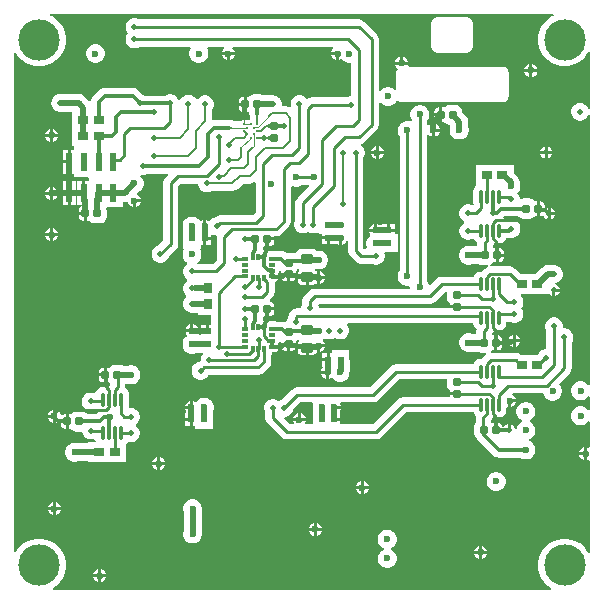
<source format=gbl>
G04*
G04 #@! TF.GenerationSoftware,Altium Limited,Altium Designer,23.7.1 (13)*
G04*
G04 Layer_Physical_Order=4*
G04 Layer_Color=16711680*
%FSLAX44Y44*%
%MOMM*%
G71*
G04*
G04 #@! TF.SameCoordinates,04D04BC5-F765-4596-8717-98BD9A505975*
G04*
G04*
G04 #@! TF.FilePolarity,Positive*
G04*
G01*
G75*
%ADD10C,0.2000*%
%ADD11C,0.2500*%
%ADD17C,0.1000*%
%ADD58R,0.6000X0.5000*%
G04:AMPARAMS|DCode=75|XSize=0.6mm|YSize=0.7mm|CornerRadius=0.075mm|HoleSize=0mm|Usage=FLASHONLY|Rotation=180.000|XOffset=0mm|YOffset=0mm|HoleType=Round|Shape=RoundedRectangle|*
%AMROUNDEDRECTD75*
21,1,0.6000,0.5500,0,0,180.0*
21,1,0.4500,0.7000,0,0,180.0*
1,1,0.1500,-0.2250,0.2750*
1,1,0.1500,0.2250,0.2750*
1,1,0.1500,0.2250,-0.2750*
1,1,0.1500,-0.2250,-0.2750*
%
%ADD75ROUNDEDRECTD75*%
%ADD84R,0.7000X0.9000*%
%ADD87R,0.9000X0.7000*%
%ADD90R,0.5000X0.6000*%
%ADD93C,0.5000*%
%ADD94C,0.3000*%
%ADD100C,3.5001*%
%ADD101C,0.5000*%
%ADD102C,0.6000*%
G04:AMPARAMS|DCode=103|XSize=0.6mm|YSize=0.7mm|CornerRadius=0.075mm|HoleSize=0mm|Usage=FLASHONLY|Rotation=90.000|XOffset=0mm|YOffset=0mm|HoleType=Round|Shape=RoundedRectangle|*
%AMROUNDEDRECTD103*
21,1,0.6000,0.5500,0,0,90.0*
21,1,0.4500,0.7000,0,0,90.0*
1,1,0.1500,0.2750,0.2250*
1,1,0.1500,0.2750,-0.2250*
1,1,0.1500,-0.2750,-0.2250*
1,1,0.1500,-0.2750,0.2250*
%
%ADD103ROUNDEDRECTD103*%
G04:AMPARAMS|DCode=104|XSize=1.12mm|YSize=0.27mm|CornerRadius=0.0338mm|HoleSize=0mm|Usage=FLASHONLY|Rotation=90.000|XOffset=0mm|YOffset=0mm|HoleType=Round|Shape=RoundedRectangle|*
%AMROUNDEDRECTD104*
21,1,1.1200,0.2025,0,0,90.0*
21,1,1.0525,0.2700,0,0,90.0*
1,1,0.0675,0.1013,0.5263*
1,1,0.0675,0.1013,-0.5263*
1,1,0.0675,-0.1013,-0.5263*
1,1,0.0675,-0.1013,0.5263*
%
%ADD104ROUNDEDRECTD104*%
%ADD105R,0.6000X1.5000*%
G04:AMPARAMS|DCode=106|XSize=0.8mm|YSize=1mm|CornerRadius=0.1mm|HoleSize=0mm|Usage=FLASHONLY|Rotation=90.000|XOffset=0mm|YOffset=0mm|HoleType=Round|Shape=RoundedRectangle|*
%AMROUNDEDRECTD106*
21,1,0.8000,0.8000,0,0,90.0*
21,1,0.6000,1.0000,0,0,90.0*
1,1,0.2000,0.4000,0.3000*
1,1,0.2000,0.4000,-0.3000*
1,1,0.2000,-0.4000,-0.3000*
1,1,0.2000,-0.4000,0.3000*
%
%ADD106ROUNDEDRECTD106*%
G04:AMPARAMS|DCode=107|XSize=0.59mm|YSize=0.35mm|CornerRadius=0.0875mm|HoleSize=0mm|Usage=FLASHONLY|Rotation=270.000|XOffset=0mm|YOffset=0mm|HoleType=Round|Shape=RoundedRectangle|*
%AMROUNDEDRECTD107*
21,1,0.5900,0.1750,0,0,270.0*
21,1,0.4150,0.3500,0,0,270.0*
1,1,0.1750,-0.0875,-0.2075*
1,1,0.1750,-0.0875,0.2075*
1,1,0.1750,0.0875,0.2075*
1,1,0.1750,0.0875,-0.2075*
%
%ADD107ROUNDEDRECTD107*%
G04:AMPARAMS|DCode=108|XSize=0.59mm|YSize=0.35mm|CornerRadius=0.0875mm|HoleSize=0mm|Usage=FLASHONLY|Rotation=180.000|XOffset=0mm|YOffset=0mm|HoleType=Round|Shape=RoundedRectangle|*
%AMROUNDEDRECTD108*
21,1,0.5900,0.1750,0,0,180.0*
21,1,0.4150,0.3500,0,0,180.0*
1,1,0.1750,-0.2075,0.0875*
1,1,0.1750,0.2075,0.0875*
1,1,0.1750,0.2075,-0.0875*
1,1,0.1750,-0.2075,-0.0875*
%
%ADD108ROUNDEDRECTD108*%
%ADD109C,0.2000*%
G36*
X212907Y242337D02*
X211638Y241811D01*
X207952Y239349D01*
X204818Y236215D01*
X202356Y232530D01*
X200660Y228435D01*
X199795Y224088D01*
Y219655D01*
X200660Y215308D01*
X202356Y211214D01*
X204818Y207528D01*
X207952Y204394D01*
X211638Y201932D01*
X215732Y200236D01*
X220079Y199371D01*
X224512D01*
X228859Y200236D01*
X232954Y201932D01*
X236639Y204394D01*
X239773Y207528D01*
X242235Y211214D01*
X242362Y211518D01*
X243607Y211270D01*
Y163695D01*
X242337Y163528D01*
X242239Y163895D01*
X241252Y165605D01*
X239855Y167001D01*
X238145Y167989D01*
X236237Y168500D01*
X234263D01*
X232355Y167989D01*
X230645Y167001D01*
X229249Y165605D01*
X228261Y163895D01*
X227750Y161987D01*
Y160013D01*
X228261Y158105D01*
X229249Y156395D01*
X230645Y154999D01*
X232355Y154011D01*
X234263Y153500D01*
X236237D01*
X238145Y154011D01*
X239855Y154999D01*
X241252Y156395D01*
X242239Y158105D01*
X242337Y158472D01*
X243607Y158305D01*
Y-70319D01*
X242337Y-70659D01*
X242152Y-70338D01*
X240662Y-68848D01*
X238838Y-67795D01*
X236803Y-67250D01*
X234697D01*
X232662Y-67795D01*
X230838Y-68848D01*
X229348Y-70338D01*
X228295Y-72162D01*
X227750Y-74197D01*
Y-76303D01*
X228295Y-78338D01*
X229348Y-80162D01*
X230838Y-81652D01*
X232662Y-82705D01*
X234697Y-83250D01*
X236803D01*
X238838Y-82705D01*
X240662Y-81652D01*
X242152Y-80162D01*
X242337Y-79841D01*
X243607Y-80181D01*
Y-91569D01*
X242337Y-91909D01*
X242152Y-91588D01*
X240662Y-90098D01*
X238838Y-89045D01*
X236803Y-88500D01*
X234697D01*
X232662Y-89045D01*
X230838Y-90098D01*
X229348Y-91588D01*
X228295Y-93412D01*
X227750Y-95447D01*
Y-97553D01*
X228295Y-99588D01*
X229348Y-101412D01*
X230838Y-102902D01*
X232662Y-103955D01*
X234697Y-104500D01*
X236803D01*
X238838Y-103955D01*
X240662Y-102902D01*
X242152Y-101412D01*
X242337Y-101091D01*
X243607Y-101431D01*
Y-122769D01*
X242337Y-123618D01*
X241520Y-123280D01*
Y-128750D01*
Y-134220D01*
X242337Y-133882D01*
X243607Y-134731D01*
Y-212277D01*
X242362Y-212525D01*
X242235Y-212220D01*
X239773Y-208535D01*
X236639Y-205401D01*
X232954Y-202939D01*
X228859Y-201243D01*
X224512Y-200378D01*
X220079D01*
X215732Y-201243D01*
X211638Y-202939D01*
X207952Y-205401D01*
X204818Y-208535D01*
X202356Y-212220D01*
X200660Y-216315D01*
X199795Y-220662D01*
Y-225095D01*
X200660Y-229442D01*
X202356Y-233536D01*
X204818Y-237222D01*
X207952Y-240356D01*
X210918Y-242337D01*
X210532Y-243607D01*
X-210941D01*
X-211327Y-242337D01*
X-208361Y-240356D01*
X-205227Y-237222D01*
X-202765Y-233536D01*
X-201068Y-229442D01*
X-200204Y-225095D01*
Y-220662D01*
X-201068Y-216315D01*
X-202765Y-212220D01*
X-205227Y-208535D01*
X-208361Y-205401D01*
X-212046Y-202939D01*
X-216141Y-201243D01*
X-220488Y-200378D01*
X-224921D01*
X-229268Y-201243D01*
X-233362Y-202939D01*
X-237048Y-205401D01*
X-240182Y-208535D01*
X-242337Y-211761D01*
X-243607Y-211376D01*
Y210369D01*
X-242337Y210754D01*
X-240182Y207528D01*
X-237048Y204394D01*
X-233362Y201932D01*
X-229268Y200236D01*
X-224921Y199371D01*
X-220488D01*
X-216141Y200236D01*
X-212046Y201932D01*
X-208361Y204394D01*
X-205227Y207528D01*
X-202765Y211214D01*
X-201068Y215308D01*
X-200204Y219655D01*
Y224088D01*
X-201068Y228435D01*
X-202765Y232530D01*
X-205227Y236215D01*
X-208361Y239349D01*
X-212046Y241811D01*
X-213316Y242337D01*
X-213063Y243607D01*
X212654D01*
X212907Y242337D01*
D02*
G37*
%LPC*%
G36*
X139500Y241098D02*
X114500D01*
X112549Y240710D01*
X110895Y239605D01*
X109790Y237951D01*
X109402Y236000D01*
Y216000D01*
X109790Y214049D01*
X110895Y212395D01*
X112549Y211290D01*
X114500Y210902D01*
X139500D01*
X141451Y211290D01*
X143105Y212395D01*
X144210Y214049D01*
X144598Y216000D01*
Y236000D01*
X144210Y237951D01*
X143105Y239605D01*
X141451Y240710D01*
X139500Y241098D01*
D02*
G37*
G36*
X28730Y208980D02*
X24530D01*
X25303Y207112D01*
X26862Y205553D01*
X28730Y204780D01*
Y208980D01*
D02*
G37*
G36*
X-57030D02*
X-61230D01*
Y204780D01*
X-59362Y205553D01*
X-57803Y207112D01*
X-57030Y208980D01*
D02*
G37*
G36*
X-63770D02*
X-67970D01*
X-67197Y207112D01*
X-65638Y205553D01*
X-63770Y204780D01*
Y208980D01*
D02*
G37*
G36*
X85520Y207720D02*
Y203520D01*
X89720D01*
X88947Y205388D01*
X87388Y206947D01*
X85520Y207720D01*
D02*
G37*
G36*
X82980D02*
X81112Y206947D01*
X79553Y205388D01*
X78780Y203520D01*
X82980D01*
Y207720D01*
D02*
G37*
G36*
X-173947Y218250D02*
X-176053D01*
X-178088Y217705D01*
X-179912Y216652D01*
X-181402Y215162D01*
X-182455Y213338D01*
X-183000Y211303D01*
Y209197D01*
X-182455Y207162D01*
X-181402Y205338D01*
X-179912Y203848D01*
X-178088Y202795D01*
X-176053Y202250D01*
X-173947D01*
X-171912Y202795D01*
X-170088Y203848D01*
X-168598Y205338D01*
X-167545Y207162D01*
X-167000Y209197D01*
Y211303D01*
X-167545Y213338D01*
X-168598Y215162D01*
X-170088Y216652D01*
X-171912Y217705D01*
X-173947Y218250D01*
D02*
G37*
G36*
X195020Y201470D02*
Y197270D01*
X199220D01*
X198447Y199138D01*
X196888Y200697D01*
X195020Y201470D01*
D02*
G37*
G36*
X192480D02*
X190612Y200697D01*
X189053Y199138D01*
X188280Y197270D01*
X192480D01*
Y201470D01*
D02*
G37*
G36*
X199220Y194730D02*
X195020D01*
Y190530D01*
X196888Y191303D01*
X198447Y192862D01*
X199220Y194730D01*
D02*
G37*
G36*
X192480D02*
X188280D01*
X189053Y192862D01*
X190612Y191303D01*
X192480Y190530D01*
Y194730D01*
D02*
G37*
G36*
X-141013Y240250D02*
X-142987D01*
X-144895Y239739D01*
X-146605Y238752D01*
X-148001Y237355D01*
X-148989Y235645D01*
X-149500Y233737D01*
Y231763D01*
X-148989Y229855D01*
X-148001Y228145D01*
X-147357Y227500D01*
X-148001Y226855D01*
X-148989Y225145D01*
X-149500Y223237D01*
Y221263D01*
X-148989Y219355D01*
X-148001Y217645D01*
X-146605Y216248D01*
X-144895Y215261D01*
X-142987Y214750D01*
X-141013D01*
X-139105Y215261D01*
X-138037Y215878D01*
X-94869D01*
X-94194Y214608D01*
X-94927Y213338D01*
X-95473Y211303D01*
Y209197D01*
X-94927Y207162D01*
X-93874Y205338D01*
X-92385Y203848D01*
X-90560Y202795D01*
X-88526Y202250D01*
X-86419D01*
X-84385Y202795D01*
X-82561Y203848D01*
X-81071Y205338D01*
X-80018Y207162D01*
X-79473Y209197D01*
Y211303D01*
X-80018Y213338D01*
X-80751Y214608D01*
X-80076Y215878D01*
X-66457D01*
X-65977Y214608D01*
X-67197Y213388D01*
X-67970Y211520D01*
X-57030D01*
X-57803Y213388D01*
X-59023Y214608D01*
X-58543Y215878D01*
X26043D01*
X26523Y214608D01*
X25303Y213388D01*
X24530Y211520D01*
X30000D01*
Y210250D01*
X31270D01*
Y204780D01*
X33138Y205553D01*
X33502Y205506D01*
X33598Y205338D01*
X35088Y203848D01*
X36912Y202795D01*
X38947Y202250D01*
X41053D01*
X41628Y201809D01*
Y174250D01*
X40513D01*
X38605Y173739D01*
X37537Y173122D01*
X8250D01*
X5811Y172637D01*
X4411Y171701D01*
X3751Y171855D01*
X2355Y173251D01*
X645Y174239D01*
X-1263Y174750D01*
X-3237D01*
X-5145Y174239D01*
X-6855Y173251D01*
X-8252Y171855D01*
X-9239Y170145D01*
X-9750Y168237D01*
Y166263D01*
X-9524Y165420D01*
X-10627Y164630D01*
X-11409Y165152D01*
X-13750Y165618D01*
X-16108D01*
X-17087Y166171D01*
X-17233Y166888D01*
X-17185Y167250D01*
X-17250Y167742D01*
Y168237D01*
X-17378Y168716D01*
X-17443Y169208D01*
X-17633Y169666D01*
X-17761Y170145D01*
X-18009Y170574D01*
X-18199Y171032D01*
X-18501Y171426D01*
X-18749Y171855D01*
X-19099Y172206D01*
X-19401Y172599D01*
X-19794Y172901D01*
X-20145Y173251D01*
X-20574Y173499D01*
X-20968Y173801D01*
X-21426Y173991D01*
X-21855Y174239D01*
X-22334Y174367D01*
X-22792Y174557D01*
X-23284Y174622D01*
X-23763Y174750D01*
X-24258D01*
X-24750Y174815D01*
X-32856D01*
X-33756Y175416D01*
X-36000Y175863D01*
X-40500D01*
X-42744Y175416D01*
X-44646Y174146D01*
X-45271Y173209D01*
X-46000Y173354D01*
X-46980D01*
Y167250D01*
Y161146D01*
X-46000D01*
X-45271Y161291D01*
X-44646Y160354D01*
X-44556Y160295D01*
Y159000D01*
X-44333Y157303D01*
X-44117Y156784D01*
Y153950D01*
X-44364D01*
X-45277Y153572D01*
X-45297Y153580D01*
X-47684D01*
X-47703Y153572D01*
X-48616Y153950D01*
X-50024D01*
X-51325Y153411D01*
X-51549Y153188D01*
X-57093D01*
X-57159Y153232D01*
X-59500Y153698D01*
X-60227D01*
X-60553Y153833D01*
X-62250Y154056D01*
X-75000D01*
X-75178Y154033D01*
X-76132Y154870D01*
Y162846D01*
X-75261Y164355D01*
X-74750Y166263D01*
Y168237D01*
X-75261Y170145D01*
X-76248Y171855D01*
X-77645Y173251D01*
X-79355Y174239D01*
X-81263Y174750D01*
X-83237D01*
X-85145Y174239D01*
X-86855Y173251D01*
X-88251Y171855D01*
X-88372Y171646D01*
X-89839D01*
X-90248Y172355D01*
X-91645Y173752D01*
X-93355Y174739D01*
X-95263Y175250D01*
X-97237D01*
X-99145Y174739D01*
X-100855Y173752D01*
X-102252Y172355D01*
X-103239Y170645D01*
X-103276Y170508D01*
X-104590D01*
X-104761Y171145D01*
X-105749Y172855D01*
X-107145Y174251D01*
X-108855Y175239D01*
X-110763Y175750D01*
X-112737D01*
X-114645Y175239D01*
X-115828Y174556D01*
X-133172D01*
X-134355Y175239D01*
X-135191Y175463D01*
X-138864Y179136D01*
X-140222Y180178D01*
X-141803Y180833D01*
X-143500Y181056D01*
X-167250D01*
X-168947Y180833D01*
X-170528Y180178D01*
X-171886Y179136D01*
X-176886Y174136D01*
X-177928Y172778D01*
X-178583Y171197D01*
X-178693Y170361D01*
X-179501Y170018D01*
X-180025Y169973D01*
X-183901Y173849D01*
X-185468Y175051D01*
X-187292Y175807D01*
X-189250Y176065D01*
X-204750D01*
X-205242Y176000D01*
X-205737D01*
X-206216Y175872D01*
X-206708Y175807D01*
X-207166Y175617D01*
X-207645Y175489D01*
X-208074Y175241D01*
X-208532Y175051D01*
X-208926Y174749D01*
X-209355Y174501D01*
X-209706Y174151D01*
X-210099Y173849D01*
X-210401Y173456D01*
X-210751Y173105D01*
X-210999Y172676D01*
X-211301Y172282D01*
X-211491Y171824D01*
X-211739Y171395D01*
X-211867Y170916D01*
X-212057Y170458D01*
X-212122Y169966D01*
X-212250Y169487D01*
Y168992D01*
X-212315Y168500D01*
X-212250Y168008D01*
Y167513D01*
X-212122Y167034D01*
X-212057Y166542D01*
X-211867Y166084D01*
X-211739Y165605D01*
X-211491Y165176D01*
X-211301Y164718D01*
X-210999Y164324D01*
X-210751Y163895D01*
X-210401Y163544D01*
X-210099Y163151D01*
X-209706Y162849D01*
X-209355Y162498D01*
X-208926Y162251D01*
X-208532Y161949D01*
X-208074Y161759D01*
X-207645Y161511D01*
X-207166Y161383D01*
X-206708Y161193D01*
X-206216Y161128D01*
X-205737Y161000D01*
X-205242D01*
X-204750Y160935D01*
X-194750D01*
Y145250D01*
Y132000D01*
X-193300D01*
X-192811Y130933D01*
Y128473D01*
X-196040D01*
Y118433D01*
Y108393D01*
X-192811D01*
Y105933D01*
X-180962D01*
X-180309Y104933D01*
X-180309Y104663D01*
Y102473D01*
X-183541D01*
Y92433D01*
Y82393D01*
X-181359D01*
X-181357Y82374D01*
X-182502Y81104D01*
X-185750D01*
X-187034Y80849D01*
X-188122Y80122D01*
X-188849Y79034D01*
X-189104Y77750D01*
Y76270D01*
X-183500D01*
Y75000D01*
X-182230D01*
Y68896D01*
X-181250D01*
X-180521Y69041D01*
X-179895Y68105D01*
X-177994Y66834D01*
X-175750Y66387D01*
X-171250D01*
X-169007Y66834D01*
X-167104Y68105D01*
X-165834Y70006D01*
X-165387Y72250D01*
Y77750D01*
X-165626Y78952D01*
X-164821Y79933D01*
X-151810D01*
Y84869D01*
X-149817D01*
X-148810Y85001D01*
X-147548Y84402D01*
X-147358Y83959D01*
X-146697Y82362D01*
X-145138Y80803D01*
X-143270Y80030D01*
Y85500D01*
X-142000D01*
Y86770D01*
X-136530D01*
X-137303Y88638D01*
X-138862Y90197D01*
X-139569Y90490D01*
X-139817Y91735D01*
X-138544Y93007D01*
X-137088Y93848D01*
X-135598Y95338D01*
X-134545Y97162D01*
X-134000Y99197D01*
Y101303D01*
X-134545Y103338D01*
X-135598Y105162D01*
X-137088Y106652D01*
X-136476Y107765D01*
X-135487Y107500D01*
X-133513D01*
X-131605Y108011D01*
X-130856Y108444D01*
X-113977D01*
X-113491Y107271D01*
X-115756Y105006D01*
X-117137Y102939D01*
X-117622Y100500D01*
Y51890D01*
X-121704Y47808D01*
X-122895Y47489D01*
X-124605Y46501D01*
X-126002Y45105D01*
X-126989Y43395D01*
X-127500Y41487D01*
Y39513D01*
X-126989Y37605D01*
X-126002Y35895D01*
X-124605Y34499D01*
X-122895Y33511D01*
X-120987Y33000D01*
X-119013D01*
X-117105Y33511D01*
X-115395Y34499D01*
X-113998Y35895D01*
X-113011Y37605D01*
X-112692Y38796D01*
X-106744Y44744D01*
X-105363Y46811D01*
X-104878Y49250D01*
Y97860D01*
X-102611Y100128D01*
X-88000D01*
Y99263D01*
X-87489Y97355D01*
X-86502Y95645D01*
X-85105Y94249D01*
X-83395Y93261D01*
X-81487Y92750D01*
X-79513D01*
X-77605Y93261D01*
X-76096Y94132D01*
X-59000D01*
X-56659Y94598D01*
X-54674Y95924D01*
X-54674Y95924D01*
X-50466Y100133D01*
X-44500D01*
X-42159Y100598D01*
X-40642Y101611D01*
X-39372Y101012D01*
Y75640D01*
X-41566Y73446D01*
X-69177D01*
X-71615Y72961D01*
X-73682Y71579D01*
X-73954Y71308D01*
X-75145Y70989D01*
X-76855Y70002D01*
X-77806Y69051D01*
X-79247Y68697D01*
X-81115Y69470D01*
Y64000D01*
X-83655D01*
Y69470D01*
X-85523Y68697D01*
X-85547Y68673D01*
X-86806Y68839D01*
X-86848Y68912D01*
X-88338Y70402D01*
X-90162Y71455D01*
X-92197Y72000D01*
X-94303D01*
X-96338Y71455D01*
X-98162Y70402D01*
X-99652Y68912D01*
X-100705Y67088D01*
X-101250Y65053D01*
Y62947D01*
X-100705Y60912D01*
X-100649Y60815D01*
Y53750D01*
X-100584Y53258D01*
Y45750D01*
X-100584D01*
X-100190Y44480D01*
X-100705Y43588D01*
X-101250Y41553D01*
Y39447D01*
X-100705Y37412D01*
X-99652Y35588D01*
X-98162Y34098D01*
X-97246Y33570D01*
Y32103D01*
X-97855Y31751D01*
X-99251Y30355D01*
X-100239Y28645D01*
X-100750Y26737D01*
Y24763D01*
X-100239Y22855D01*
X-99251Y21145D01*
X-97855Y19749D01*
X-97179Y19358D01*
Y17892D01*
X-97855Y17501D01*
X-99251Y16105D01*
X-100239Y14395D01*
X-100750Y12487D01*
Y10513D01*
X-100239Y8605D01*
X-99251Y6895D01*
X-98153Y5796D01*
X-97970Y5000D01*
X-98153Y4204D01*
X-98206Y4151D01*
X-98599Y3849D01*
X-98901Y3456D01*
X-99251Y3105D01*
X-99499Y2676D01*
X-99801Y2282D01*
X-99991Y1824D01*
X-100239Y1395D01*
X-100367Y916D01*
X-100557Y458D01*
X-100622Y-34D01*
X-100750Y-513D01*
Y-1008D01*
X-100815Y-1500D01*
X-100750Y-1992D01*
Y-2487D01*
X-100622Y-2966D01*
X-100557Y-3458D01*
X-100367Y-3916D01*
X-100239Y-4395D01*
X-99991Y-4824D01*
X-99801Y-5282D01*
X-99499Y-5676D01*
X-99251Y-6105D01*
X-98901Y-6456D01*
X-98599Y-6849D01*
X-98206Y-7151D01*
X-97855Y-7502D01*
X-97426Y-7750D01*
X-97032Y-8051D01*
X-96574Y-8241D01*
X-96145Y-8489D01*
X-95666Y-8617D01*
X-95208Y-8807D01*
X-94716Y-8872D01*
X-94237Y-9000D01*
X-93742D01*
X-93250Y-9065D01*
X-88500D01*
Y-11000D01*
X-76872D01*
Y-19626D01*
X-78730D01*
Y-24666D01*
X-80000D01*
Y-25936D01*
X-85540D01*
Y-27769D01*
X-87233D01*
X-88082Y-26499D01*
X-87780Y-25770D01*
X-98720D01*
X-97947Y-27638D01*
X-97679Y-27906D01*
X-97845Y-29165D01*
X-98162Y-29348D01*
X-99652Y-30838D01*
X-100705Y-32662D01*
X-101250Y-34697D01*
Y-36803D01*
X-100705Y-38838D01*
X-99652Y-40662D01*
X-98162Y-42152D01*
X-96338Y-43205D01*
X-94303Y-43750D01*
X-92197D01*
X-90162Y-43205D01*
X-89632Y-42899D01*
X-84301D01*
X-83775Y-44169D01*
X-84501Y-44895D01*
X-85489Y-46605D01*
X-86000Y-48513D01*
Y-49821D01*
X-87661Y-50931D01*
X-88895Y-51261D01*
X-90605Y-52249D01*
X-92001Y-53645D01*
X-92989Y-55355D01*
X-93500Y-57263D01*
Y-59237D01*
X-92989Y-61145D01*
X-92001Y-62855D01*
X-90605Y-64251D01*
X-88895Y-65239D01*
X-86987Y-65750D01*
X-85013D01*
X-83105Y-65239D01*
X-81395Y-64251D01*
X-79998Y-62855D01*
X-79431Y-61872D01*
X-37000D01*
X-34561Y-61387D01*
X-32494Y-60006D01*
X-27934Y-55446D01*
X-26553Y-53379D01*
X-26068Y-50940D01*
Y-45071D01*
X-25531Y-44267D01*
X-25201Y-42607D01*
X-23215D01*
X-21883Y-42342D01*
X-20753Y-41587D01*
X-19998Y-40458D01*
X-19733Y-39125D01*
Y-37375D01*
X-19998Y-36042D01*
X-20194Y-35750D01*
X-19998Y-35457D01*
X-19733Y-34125D01*
X-18695Y-33344D01*
X-17703Y-33499D01*
X-17605Y-33589D01*
Y-34480D01*
X-11500D01*
X-5396D01*
Y-33500D01*
X-5541Y-32771D01*
X-4604Y-32146D01*
X-4446Y-31908D01*
X-3201Y-31661D01*
X-2744Y-31966D01*
X-2347Y-33072D01*
X-2521Y-33526D01*
X-3085Y-34369D01*
X-3359Y-35750D01*
Y-37480D01*
X4250D01*
Y-38750D01*
X5520D01*
Y-45359D01*
X8250D01*
X9631Y-45085D01*
X10802Y-44302D01*
X11585Y-43131D01*
X12518Y-42632D01*
X12730Y-42720D01*
Y-37250D01*
X14000D01*
Y-35980D01*
X19470D01*
X18697Y-34112D01*
X17473Y-32888D01*
X17434Y-32768D01*
X17518Y-31662D01*
X17634Y-31390D01*
X18912Y-30652D01*
X18931Y-30633D01*
X19980Y-31239D01*
X21888Y-31750D01*
X23862D01*
X25770Y-31239D01*
X27480Y-30252D01*
X27562Y-30169D01*
X27645Y-30252D01*
X29355Y-31239D01*
X31263Y-31750D01*
X33237D01*
X35145Y-31239D01*
X36855Y-30252D01*
X38252Y-28855D01*
X39239Y-27145D01*
X39750Y-25237D01*
Y-23263D01*
X39239Y-21355D01*
X38252Y-19645D01*
X37999Y-19392D01*
X38525Y-18122D01*
X145065D01*
Y-18583D01*
X145480Y-20665D01*
X146659Y-22431D01*
X147965Y-23303D01*
X147628Y-25000D01*
Y-26935D01*
X143428D01*
X141803Y-26500D01*
X139697D01*
X137662Y-27045D01*
X135838Y-28098D01*
X134348Y-29588D01*
X133295Y-31412D01*
X132750Y-33447D01*
Y-35553D01*
X133295Y-37588D01*
X134348Y-39412D01*
X135838Y-40902D01*
X137662Y-41955D01*
X139697Y-42500D01*
X141803D01*
X143428Y-42065D01*
X148606D01*
X149507Y-42666D01*
X151750Y-43113D01*
X155665D01*
X156050Y-44383D01*
X155135Y-44994D01*
X152114Y-48015D01*
X151947Y-48265D01*
X150507D01*
X148425Y-48680D01*
X146659Y-49859D01*
X145480Y-51625D01*
X145286Y-52598D01*
X79530D01*
X77091Y-53083D01*
X75024Y-54464D01*
X57111Y-72378D01*
X-4083D01*
X-6522Y-72863D01*
X-8589Y-74244D01*
X-16787Y-82442D01*
X-17978Y-82761D01*
X-19688Y-83749D01*
X-19917Y-83977D01*
X-20145Y-83749D01*
X-21855Y-82761D01*
X-23763Y-82250D01*
X-25737D01*
X-27645Y-82761D01*
X-29355Y-83749D01*
X-30752Y-85145D01*
X-31739Y-86855D01*
X-32250Y-88763D01*
Y-90737D01*
X-31739Y-92645D01*
X-31122Y-93713D01*
Y-98000D01*
X-30637Y-100439D01*
X-29256Y-102506D01*
X-17256Y-114506D01*
X-15189Y-115887D01*
X-12750Y-116372D01*
X62500D01*
X64939Y-115887D01*
X67006Y-114506D01*
X88069Y-93442D01*
X145286D01*
X145480Y-94415D01*
X146659Y-96181D01*
X147128Y-96493D01*
X146878Y-97750D01*
Y-102068D01*
X146084Y-103257D01*
X145637Y-105500D01*
Y-111000D01*
X146084Y-113244D01*
X147354Y-115146D01*
X147985Y-115567D01*
X148072Y-115778D01*
X149114Y-117136D01*
X161864Y-129886D01*
X163222Y-130928D01*
X164803Y-131583D01*
X166500Y-131806D01*
X184855D01*
X186412Y-132705D01*
X188447Y-133250D01*
X190553D01*
X192588Y-132705D01*
X194412Y-131652D01*
X195902Y-130162D01*
X196955Y-128338D01*
X197500Y-126303D01*
Y-124197D01*
X196955Y-122162D01*
X195902Y-120338D01*
X194412Y-118848D01*
X192588Y-117795D01*
X192074Y-117657D01*
Y-116343D01*
X192588Y-116205D01*
X194412Y-115152D01*
X195902Y-113662D01*
X196955Y-111838D01*
X197500Y-109803D01*
Y-107697D01*
X196955Y-105662D01*
X195902Y-103838D01*
X194412Y-102348D01*
X192853Y-101448D01*
X192719Y-100820D01*
Y-100680D01*
X192853Y-100051D01*
X194412Y-99152D01*
X195902Y-97662D01*
X196955Y-95838D01*
X197500Y-93803D01*
Y-91697D01*
X196955Y-89662D01*
X195902Y-87838D01*
X194412Y-86348D01*
X192588Y-85295D01*
X190553Y-84750D01*
X188447D01*
X186412Y-85295D01*
X184588Y-86348D01*
X183098Y-87838D01*
X182045Y-89662D01*
X181500Y-91697D01*
Y-93803D01*
X182045Y-95838D01*
X183098Y-97662D01*
X184588Y-99152D01*
X186147Y-100051D01*
X186281Y-100680D01*
Y-100820D01*
X186147Y-101448D01*
X184588Y-102348D01*
X183098Y-103838D01*
X182045Y-105662D01*
X181560Y-107473D01*
X180290Y-107306D01*
Y-107247D01*
X179523Y-105395D01*
X178105Y-103977D01*
X176520Y-103321D01*
Y-108250D01*
X173980D01*
Y-103321D01*
X172395Y-103977D01*
X170977Y-105395D01*
X170624Y-106247D01*
X169354Y-105994D01*
Y-105500D01*
X169099Y-104216D01*
X168372Y-103128D01*
X167284Y-102401D01*
X166000Y-102146D01*
X165020D01*
Y-108250D01*
X162480D01*
Y-102146D01*
X161500D01*
X161054Y-102234D01*
X160144Y-101298D01*
X160107Y-99905D01*
X160926Y-99086D01*
X161789Y-97795D01*
X163425Y-97360D01*
X165508Y-97775D01*
X167533D01*
X169615Y-97360D01*
X171381Y-96181D01*
X172560Y-94415D01*
X172974Y-92332D01*
Y-89740D01*
X174030Y-89034D01*
X174480Y-89220D01*
Y-83750D01*
X175750D01*
Y-82480D01*
X181220D01*
X180447Y-80612D01*
X178888Y-79053D01*
X177896Y-78642D01*
X178149Y-77372D01*
X204219D01*
X204545Y-78588D01*
X205598Y-80412D01*
X207088Y-81902D01*
X208912Y-82955D01*
X210947Y-83500D01*
X213053D01*
X215088Y-82955D01*
X216912Y-81902D01*
X218402Y-80412D01*
X219455Y-78588D01*
X220000Y-76553D01*
Y-74447D01*
X219455Y-72412D01*
X218402Y-70588D01*
X217413Y-69599D01*
X226506Y-60506D01*
X227887Y-58439D01*
X228372Y-56000D01*
Y-33963D01*
X228989Y-32895D01*
X229500Y-30987D01*
Y-29013D01*
X228989Y-27105D01*
X228001Y-25395D01*
X226605Y-23998D01*
X224895Y-23011D01*
X222987Y-22500D01*
X221793D01*
X220806Y-21542D01*
X220750Y-21282D01*
Y-19513D01*
X220239Y-17605D01*
X219251Y-15895D01*
X217855Y-14498D01*
X216145Y-13511D01*
X214237Y-13000D01*
X212263D01*
X210355Y-13511D01*
X208645Y-14498D01*
X207248Y-15895D01*
X206261Y-17605D01*
X205750Y-19513D01*
Y-21487D01*
X206261Y-23395D01*
X206628Y-24030D01*
Y-40250D01*
X205263D01*
X203355Y-40761D01*
X201645Y-41748D01*
X200249Y-43145D01*
X199261Y-44855D01*
X199222Y-45000D01*
X185262D01*
X185256Y-44994D01*
X183189Y-43613D01*
X180750Y-43128D01*
X160089D01*
X159704Y-41858D01*
X160396Y-41396D01*
X161021Y-40459D01*
X161750Y-40605D01*
X162730D01*
Y-34500D01*
Y-28396D01*
X161750D01*
X161329Y-28479D01*
X160604Y-27408D01*
X161026Y-26986D01*
X162407Y-24919D01*
X162509Y-24409D01*
X163942Y-23713D01*
X165508Y-24025D01*
X167533D01*
X169615Y-23610D01*
X171381Y-22431D01*
X172560Y-20665D01*
X172974Y-18583D01*
Y-16623D01*
X175787D01*
X176855Y-17239D01*
X178763Y-17750D01*
X180737D01*
X182645Y-17239D01*
X184355Y-16251D01*
X185751Y-14855D01*
X186739Y-13145D01*
X187250Y-11237D01*
Y-9263D01*
X186739Y-7355D01*
X185751Y-5645D01*
X185357Y-5250D01*
X185751Y-4855D01*
X186739Y-3145D01*
X187250Y-1238D01*
Y737D01*
X186739Y2645D01*
X185751Y4355D01*
X185126Y4980D01*
X185653Y6250D01*
X208250D01*
X208250Y6250D01*
Y6250D01*
X209520Y6352D01*
X210395Y5477D01*
X211980Y4821D01*
Y9750D01*
X213250D01*
Y11020D01*
X218179D01*
X217523Y12605D01*
X216105Y14023D01*
X214252Y14790D01*
X214237Y16000D01*
X214716Y16128D01*
X215208Y16193D01*
X215666Y16383D01*
X216145Y16511D01*
X216574Y16759D01*
X217032Y16949D01*
X217426Y17251D01*
X217855Y17499D01*
X218206Y17849D01*
X218599Y18151D01*
X218901Y18544D01*
X219251Y18895D01*
X219499Y19324D01*
X219801Y19718D01*
X219991Y20176D01*
X220239Y20605D01*
X220367Y21084D01*
X220557Y21542D01*
X220622Y22034D01*
X220750Y22513D01*
Y23008D01*
X220815Y23500D01*
X220750Y23992D01*
Y24487D01*
X220622Y24966D01*
X220557Y25458D01*
X220367Y25916D01*
X220239Y26395D01*
X219991Y26824D01*
X219801Y27282D01*
X219499Y27676D01*
X219251Y28105D01*
X218901Y28456D01*
X218599Y28849D01*
X218206Y29151D01*
X217855Y29502D01*
X217426Y29749D01*
X217032Y30051D01*
X216574Y30241D01*
X216145Y30489D01*
X215666Y30617D01*
X215208Y30807D01*
X214716Y30872D01*
X214237Y31000D01*
X213742D01*
X213250Y31065D01*
X208500D01*
X208500Y31065D01*
X206542Y30807D01*
X204718Y30051D01*
X203151Y28849D01*
X203151Y28849D01*
X197552Y23250D01*
X185262D01*
X180376Y28136D01*
X178309Y29517D01*
X175870Y30003D01*
X159311D01*
X159186Y31272D01*
X159494Y31334D01*
X161395Y32604D01*
X162021Y33541D01*
X162750Y33396D01*
X163730D01*
Y39500D01*
Y45605D01*
X162750D01*
X162206Y45496D01*
X161390Y46449D01*
X161260Y47864D01*
X162274Y49381D01*
X162768Y49707D01*
X163799Y50065D01*
X165508Y49725D01*
X167533D01*
X169615Y50140D01*
X171381Y51319D01*
X172560Y53085D01*
X172717Y53874D01*
X175139D01*
X176836Y54097D01*
X177808Y54500D01*
X178237D01*
X180145Y55011D01*
X181855Y55999D01*
X183251Y57395D01*
X184239Y59105D01*
X184750Y61013D01*
Y62987D01*
X184239Y64895D01*
X183251Y66605D01*
X181855Y68001D01*
X180145Y68989D01*
X178237Y69500D01*
X176263D01*
X174355Y68989D01*
X172645Y68001D01*
X172392Y68026D01*
X171381Y69541D01*
X170618Y70050D01*
X170477Y71480D01*
X171382Y72444D01*
X183128D01*
X183354Y72105D01*
X185257Y70834D01*
X187500Y70387D01*
X192000D01*
X194244Y70834D01*
X196145Y72105D01*
X196771Y73041D01*
X197500Y72895D01*
X198480D01*
Y79000D01*
Y85105D01*
X197500D01*
X196771Y84959D01*
X196145Y85896D01*
X194244Y87166D01*
X192000Y87613D01*
X187500D01*
X185520Y87219D01*
X184250Y87905D01*
Y87987D01*
X183739Y89895D01*
X182752Y91605D01*
X182210Y92147D01*
X183152Y93088D01*
X184205Y94912D01*
X184750Y96947D01*
Y99053D01*
X184205Y101088D01*
X184117Y101240D01*
X183866Y103149D01*
X183110Y104974D01*
X181908Y106540D01*
X181908Y106540D01*
X179000Y109448D01*
Y115750D01*
X147000D01*
Y98750D01*
X147000Y98750D01*
X146649Y97625D01*
X145480Y95875D01*
X145065Y93792D01*
Y83268D01*
X145147Y82855D01*
Y82407D01*
X143986Y81648D01*
X143395Y81989D01*
X141487Y82500D01*
X139513D01*
X137605Y81989D01*
X135895Y81002D01*
X134499Y79605D01*
X133511Y77895D01*
X133000Y75987D01*
Y74013D01*
X133511Y72105D01*
X134499Y70395D01*
X135895Y68998D01*
X137266Y68207D01*
X137378Y67805D01*
Y67195D01*
X137266Y66793D01*
X135895Y66002D01*
X134499Y64605D01*
X133511Y62895D01*
X133000Y60987D01*
Y59013D01*
X133511Y57105D01*
X134499Y55395D01*
X135895Y53998D01*
X137605Y53011D01*
X139513Y52500D01*
X141487D01*
X143395Y53011D01*
X144138Y53440D01*
X145480Y53085D01*
X146659Y51319D01*
X148187Y50299D01*
X148128Y50000D01*
Y47065D01*
X143428D01*
X141803Y47500D01*
X139697D01*
X137662Y46955D01*
X135838Y45902D01*
X134348Y44412D01*
X133295Y42588D01*
X132750Y40553D01*
Y38447D01*
X133295Y36412D01*
X134348Y34588D01*
X135838Y33098D01*
X137662Y32045D01*
X139697Y31500D01*
X141803D01*
X143428Y31935D01*
X149606D01*
X150506Y31334D01*
X152750Y30887D01*
X156960D01*
X157085Y29617D01*
X156583Y29517D01*
X154515Y28136D01*
X152114Y25735D01*
X151947Y25485D01*
X150507D01*
X148425Y25070D01*
X146659Y23891D01*
X145480Y22125D01*
X145286Y21153D01*
X118030D01*
X115591Y20667D01*
X113524Y19286D01*
X108651Y14413D01*
X107235Y14793D01*
X106955Y15838D01*
X105997Y17496D01*
Y140872D01*
X107267Y141398D01*
X107862Y140803D01*
X109730Y140030D01*
Y145500D01*
Y150970D01*
X107862Y150197D01*
X107267Y149602D01*
X105997Y150128D01*
Y153684D01*
X106152Y153838D01*
X107205Y155662D01*
X107750Y157697D01*
Y159803D01*
X107205Y161838D01*
X106152Y163662D01*
X104662Y165152D01*
X102838Y166205D01*
X100803Y166750D01*
X98697D01*
X96662Y166205D01*
X94838Y165152D01*
X93348Y163662D01*
X92295Y161838D01*
X91750Y159803D01*
Y157697D01*
X92295Y155662D01*
X93253Y154004D01*
Y153302D01*
X92319Y152763D01*
X91983Y152733D01*
X90053Y153250D01*
X87947D01*
X85912Y152705D01*
X84088Y151652D01*
X82598Y150162D01*
X81545Y148338D01*
X81000Y146303D01*
Y144197D01*
X81545Y142162D01*
X82598Y140338D01*
X82628Y140309D01*
Y26691D01*
X82598Y26662D01*
X81545Y24838D01*
X81000Y22803D01*
Y20697D01*
X81545Y18662D01*
X82598Y16838D01*
X84088Y15348D01*
X85912Y14295D01*
X87947Y13750D01*
X90053D01*
X90230Y13797D01*
X91500Y12823D01*
Y11697D01*
X91059Y11122D01*
X10750D01*
X8311Y10637D01*
X6244Y9256D01*
X1994Y5006D01*
X613Y2939D01*
X128Y500D01*
Y-1537D01*
X-489Y-2605D01*
X-1000Y-4513D01*
Y-5378D01*
X-4035D01*
X-6474Y-5863D01*
X-8541Y-7244D01*
X-10006Y-8709D01*
X-11387Y-10776D01*
X-11872Y-13214D01*
Y-13287D01*
X-12489Y-14355D01*
X-13000Y-16263D01*
Y-16393D01*
X-14270Y-17242D01*
X-15053Y-16917D01*
X-16750Y-16694D01*
X-21662D01*
X-23215Y-16385D01*
X-27365D01*
X-29101Y-16730D01*
X-29733Y-16308D01*
X-31065Y-16043D01*
X-32815Y-16043D01*
X-32944Y-14821D01*
Y-13060D01*
X-31916Y-12071D01*
X-31750Y-12104D01*
X-30770D01*
Y-6000D01*
X-29500D01*
Y-4730D01*
X-23895D01*
Y-3250D01*
X-24151Y-1966D01*
X-24878Y-878D01*
X-25966Y-151D01*
X-27114Y77D01*
X-27355Y471D01*
X-27614Y1374D01*
X-25244Y3744D01*
X-23863Y5811D01*
X-23378Y8250D01*
Y16746D01*
X-23419Y16954D01*
X-23215Y17203D01*
X-21883Y17468D01*
X-20753Y18223D01*
X-19998Y19353D01*
X-19733Y20685D01*
Y22435D01*
X-19998Y23767D01*
X-20194Y24060D01*
X-19998Y24353D01*
X-19733Y25685D01*
Y25946D01*
X-18979Y26449D01*
X-18971Y26462D01*
X-18501Y26783D01*
X-17484Y26104D01*
X-17605Y25500D01*
Y24520D01*
X-11500D01*
X-5396D01*
Y25500D01*
X-5541Y26229D01*
X-4604Y26855D01*
X-4129Y27566D01*
X-2963Y27734D01*
X-2369Y26621D01*
X-2521Y26224D01*
X-3085Y25381D01*
X-3359Y24000D01*
Y22270D01*
X4250D01*
Y21000D01*
X5520D01*
Y14391D01*
X8250D01*
X9631Y14665D01*
X10802Y15448D01*
X11001Y15746D01*
X12730Y15030D01*
Y20500D01*
Y25970D01*
X12182Y25743D01*
X10910Y26516D01*
X10848Y26678D01*
X11244Y27784D01*
X11428Y27907D01*
X12947Y27500D01*
X15053D01*
X17088Y28045D01*
X18912Y29098D01*
X20402Y30588D01*
X21455Y32412D01*
X22000Y34447D01*
Y36553D01*
X21455Y38588D01*
X20402Y40412D01*
X18912Y41902D01*
X17088Y42955D01*
X15053Y43500D01*
X12947D01*
X12496Y43379D01*
X10591Y44652D01*
X8250Y45118D01*
X250D01*
X-2091Y44652D01*
X-4076Y43326D01*
X-5402Y41341D01*
X-5461Y41042D01*
X-7138D01*
X-8750Y41363D01*
X-13142D01*
X-14282Y42238D01*
X-15863Y42893D01*
X-17560Y43116D01*
X-21662D01*
X-23215Y43425D01*
X-27365D01*
X-29101Y43080D01*
X-29733Y43502D01*
X-31065Y43767D01*
X-32815D01*
X-33406Y44252D01*
Y46153D01*
X-33105Y46354D01*
X-32479Y47291D01*
X-31750Y47146D01*
X-30770D01*
Y53250D01*
X-29500D01*
Y54520D01*
X-23895D01*
Y55378D01*
X-22000D01*
X-19561Y55863D01*
X-17494Y57244D01*
X-11244Y63494D01*
X-9863Y65561D01*
X-9378Y68000D01*
Y97364D01*
X-8108Y97984D01*
X-6303Y97500D01*
X-4197D01*
X-2162Y98045D01*
X-338Y99098D01*
X-184Y99253D01*
X5254D01*
X5768Y98955D01*
X5934Y97696D01*
X-3756Y88006D01*
X-5137Y85939D01*
X-5622Y83500D01*
Y69463D01*
X-6239Y68395D01*
X-6750Y66487D01*
Y64513D01*
X-6239Y62605D01*
X-5252Y60895D01*
X-3855Y59499D01*
X-2145Y58511D01*
X-237Y58000D01*
X1737D01*
X3645Y58511D01*
X5000Y59293D01*
X6355Y58511D01*
X8263Y58000D01*
X10237D01*
X12145Y58511D01*
X12730Y58849D01*
X14000Y58116D01*
Y57334D01*
X16460D01*
Y55436D01*
X22000D01*
Y54166D01*
X23270D01*
Y49126D01*
X27540D01*
Y49126D01*
X28810Y49605D01*
X29362Y49053D01*
X31230Y48280D01*
Y53750D01*
X33770D01*
Y48280D01*
X35638Y49053D01*
X37197Y50612D01*
X37858Y52208D01*
X39128Y51955D01*
Y43250D01*
X39613Y40811D01*
X40994Y38744D01*
X45494Y34244D01*
X47561Y32863D01*
X50000Y32378D01*
X58537D01*
X59605Y31761D01*
X61513Y31250D01*
X63487D01*
X65395Y31761D01*
X67105Y32748D01*
X68502Y34145D01*
X69489Y35855D01*
X70000Y37763D01*
Y39737D01*
X69651Y41039D01*
X70458Y42309D01*
X70958D01*
X71769Y42416D01*
X81000D01*
Y57416D01*
X78540D01*
Y59314D01*
X73000D01*
Y60584D01*
X71730D01*
Y65624D01*
X67460D01*
Y65087D01*
X66190Y64561D01*
X65596Y65155D01*
X63728Y65928D01*
Y60458D01*
X62458D01*
Y59188D01*
X56988D01*
X57761Y57320D01*
X57871Y57211D01*
X57729Y56137D01*
X57486Y55799D01*
X56056Y54370D01*
X55003Y52546D01*
X54458Y50511D01*
Y48405D01*
X55003Y46370D01*
X55089Y46222D01*
X54454Y45122D01*
X52639D01*
X51872Y45890D01*
Y122287D01*
X52489Y123355D01*
X53000Y125263D01*
Y127237D01*
X52489Y129145D01*
X51501Y130855D01*
X50147Y132210D01*
X50146Y132784D01*
X50269Y133529D01*
X50689Y133613D01*
X52756Y134994D01*
X63256Y145494D01*
X64637Y147561D01*
X65122Y150000D01*
Y168671D01*
X66189Y169034D01*
X66392Y169044D01*
X67838Y167598D01*
X69662Y166545D01*
X71697Y166000D01*
X73803D01*
X75838Y166545D01*
X77662Y167598D01*
X79152Y169088D01*
X79888Y170364D01*
X81333Y170489D01*
X81395Y170395D01*
X83049Y169290D01*
X85000Y168902D01*
X170000D01*
X171951Y169290D01*
X173605Y170395D01*
X174710Y172049D01*
X175098Y174000D01*
Y194000D01*
X174710Y195951D01*
X173605Y197605D01*
X171951Y198710D01*
X170000Y199098D01*
X90316D01*
X89467Y200368D01*
X89720Y200980D01*
X78780D01*
X79553Y199112D01*
X81112Y197553D01*
X81190Y197297D01*
X80290Y195951D01*
X79902Y194000D01*
Y179958D01*
X78632Y179432D01*
X77662Y180402D01*
X75838Y181455D01*
X73803Y182000D01*
X71697D01*
X69662Y181455D01*
X67838Y180402D01*
X66392Y178956D01*
X66189Y178966D01*
X65122Y179329D01*
Y222250D01*
X64637Y224689D01*
X63256Y226756D01*
X52756Y237256D01*
X50689Y238637D01*
X48250Y239122D01*
X-138037D01*
X-139105Y239739D01*
X-141013Y240250D01*
D02*
G37*
G36*
X-49520Y173354D02*
X-50500D01*
X-51784Y173099D01*
X-52872Y172372D01*
X-53599Y171284D01*
X-53854Y170000D01*
Y168520D01*
X-49520D01*
Y173354D01*
D02*
G37*
G36*
X129750Y167113D02*
X125250D01*
X123006Y166666D01*
X121104Y165396D01*
X120479Y164459D01*
X119750Y164604D01*
X118770D01*
Y158500D01*
Y152395D01*
X119750D01*
X120479Y152541D01*
X121104Y151604D01*
X123006Y150334D01*
X124831Y149971D01*
X125244Y149558D01*
Y147464D01*
X125000Y146553D01*
Y144447D01*
X125545Y142412D01*
X126598Y140588D01*
X128088Y139098D01*
X129912Y138045D01*
X131947Y137500D01*
X134053D01*
X136088Y138045D01*
X137912Y139098D01*
X139402Y140588D01*
X140455Y142412D01*
X141000Y144447D01*
Y146553D01*
X140455Y148588D01*
X140373Y148729D01*
Y152691D01*
X140116Y154649D01*
X139360Y156474D01*
X138158Y158040D01*
X138158Y158041D01*
X135613Y160585D01*
Y161250D01*
X135166Y163493D01*
X133896Y165396D01*
X131994Y166666D01*
X129750Y167113D01*
D02*
G37*
G36*
X-49520Y165980D02*
X-53854D01*
Y164500D01*
X-53599Y163216D01*
X-52872Y162128D01*
X-51784Y161401D01*
X-50500Y161146D01*
X-49520D01*
Y165980D01*
D02*
G37*
G36*
X116230Y164604D02*
X115250D01*
X113966Y164349D01*
X112878Y163622D01*
X112151Y162534D01*
X111896Y161250D01*
Y159770D01*
X116230D01*
Y164604D01*
D02*
G37*
G36*
Y157230D02*
X111896D01*
Y155750D01*
X112151Y154466D01*
X112878Y153378D01*
X113966Y152651D01*
X115250Y152395D01*
X116230D01*
Y157230D01*
D02*
G37*
G36*
X112270Y150970D02*
Y146770D01*
X116470D01*
X115697Y148638D01*
X114138Y150197D01*
X112270Y150970D01*
D02*
G37*
G36*
X-210730Y146530D02*
Y142329D01*
X-206530D01*
X-207303Y144198D01*
X-208862Y145756D01*
X-210730Y146530D01*
D02*
G37*
G36*
X-213270D02*
X-215138Y145756D01*
X-216697Y144198D01*
X-217470Y142329D01*
X-213270D01*
Y146530D01*
D02*
G37*
G36*
X116470Y144230D02*
X112270D01*
Y140030D01*
X114138Y140803D01*
X115697Y142362D01*
X116470Y144230D01*
D02*
G37*
G36*
X-206530Y139789D02*
X-210730D01*
Y135589D01*
X-208862Y136363D01*
X-207303Y137921D01*
X-206530Y139789D01*
D02*
G37*
G36*
X-213270D02*
X-217470D01*
X-216697Y137921D01*
X-215138Y136363D01*
X-213270Y135589D01*
Y139789D01*
D02*
G37*
G36*
X208020Y131429D02*
Y127770D01*
X211679D01*
X211023Y129355D01*
X209605Y130773D01*
X208020Y131429D01*
D02*
G37*
G36*
X205480D02*
X203895Y130773D01*
X202477Y129355D01*
X201821Y127770D01*
X205480D01*
Y131429D01*
D02*
G37*
G36*
X65020Y131720D02*
Y127520D01*
X69220D01*
X68447Y129388D01*
X66888Y130947D01*
X65020Y131720D01*
D02*
G37*
G36*
X62480D02*
X60612Y130947D01*
X59053Y129388D01*
X58280Y127520D01*
X62480D01*
Y131720D01*
D02*
G37*
G36*
X211679Y125230D02*
X208020D01*
Y121571D01*
X209605Y122227D01*
X211023Y123645D01*
X211679Y125230D01*
D02*
G37*
G36*
X205480D02*
X201821D01*
X202477Y123645D01*
X203895Y122227D01*
X205480Y121571D01*
Y125230D01*
D02*
G37*
G36*
X69220Y124980D02*
X65020D01*
Y120780D01*
X66888Y121553D01*
X68447Y123112D01*
X69220Y124980D01*
D02*
G37*
G36*
X62480D02*
X58280D01*
X59053Y123112D01*
X60612Y121553D01*
X62480Y120780D01*
Y124980D01*
D02*
G37*
G36*
X-198580Y128473D02*
X-202850D01*
Y119703D01*
X-198580D01*
Y128473D01*
D02*
G37*
G36*
Y117163D02*
X-202850D01*
Y108393D01*
X-198580D01*
Y117163D01*
D02*
G37*
G36*
X-191770Y102473D02*
X-196040D01*
Y93703D01*
X-191770D01*
Y102473D01*
D02*
G37*
G36*
X-198580D02*
X-202850D01*
Y93703D01*
X-198580D01*
Y102473D01*
D02*
G37*
G36*
X-186081D02*
X-190351D01*
Y93703D01*
X-186081D01*
Y102473D01*
D02*
G37*
G36*
X-210730Y97470D02*
Y93270D01*
X-206530D01*
X-207303Y95138D01*
X-208862Y96697D01*
X-210730Y97470D01*
D02*
G37*
G36*
X-213270D02*
X-215138Y96697D01*
X-216697Y95138D01*
X-217470Y93270D01*
X-213270D01*
Y97470D01*
D02*
G37*
G36*
X-206530Y90730D02*
X-210730D01*
Y86530D01*
X-208862Y87303D01*
X-207303Y88862D01*
X-206530Y90730D01*
D02*
G37*
G36*
X-213270D02*
X-217470D01*
X-216697Y88862D01*
X-215138Y87303D01*
X-213270Y86530D01*
Y90730D01*
D02*
G37*
G36*
X-186081Y91163D02*
X-190351D01*
Y82393D01*
X-186081D01*
Y91163D01*
D02*
G37*
G36*
X-191770D02*
X-196040D01*
Y82393D01*
X-191770D01*
Y91163D01*
D02*
G37*
G36*
X-198580D02*
X-202850D01*
Y82393D01*
X-198580D01*
Y91163D01*
D02*
G37*
G36*
X-136530Y84230D02*
X-140730D01*
Y80030D01*
X-138862Y80803D01*
X-137303Y82362D01*
X-136530Y84230D01*
D02*
G37*
G36*
X210579Y79620D02*
Y75961D01*
X214238D01*
X213582Y77546D01*
X212164Y78963D01*
X210579Y79620D01*
D02*
G37*
G36*
X214238Y73421D02*
X210579D01*
Y69762D01*
X212164Y70418D01*
X213582Y71836D01*
X214238Y73421D01*
D02*
G37*
G36*
X202000Y85105D02*
X201020D01*
Y79000D01*
Y72895D01*
X202000D01*
X203284Y73151D01*
X204725Y72587D01*
X205037Y71836D01*
X206454Y70418D01*
X208039Y69762D01*
Y74691D01*
Y79620D01*
X206625Y79034D01*
X205354Y79523D01*
Y81750D01*
X205099Y83034D01*
X204372Y84122D01*
X203284Y84849D01*
X202000Y85105D01*
D02*
G37*
G36*
X-184770Y73730D02*
X-189104D01*
Y72250D01*
X-188849Y70966D01*
X-188122Y69878D01*
X-187034Y69151D01*
X-185750Y68896D01*
X-184770D01*
Y73730D01*
D02*
G37*
G36*
X78540Y65624D02*
X74270D01*
Y61854D01*
X78540D01*
Y65624D01*
D02*
G37*
G36*
X61188Y65928D02*
X59320Y65155D01*
X57761Y63596D01*
X56988Y61728D01*
X61188D01*
Y65928D01*
D02*
G37*
G36*
X-210730Y62470D02*
Y58270D01*
X-206530D01*
X-207303Y60138D01*
X-208862Y61697D01*
X-210730Y62470D01*
D02*
G37*
G36*
X-213270D02*
X-215138Y61697D01*
X-216697Y60138D01*
X-217470Y58270D01*
X-213270D01*
Y62470D01*
D02*
G37*
G36*
X-206530Y55730D02*
X-210730D01*
Y51530D01*
X-208862Y52303D01*
X-207303Y53862D01*
X-206530Y55730D01*
D02*
G37*
G36*
X-213270D02*
X-217470D01*
X-216697Y53862D01*
X-215138Y52303D01*
X-213270Y51530D01*
Y55730D01*
D02*
G37*
G36*
X20730Y52896D02*
X16460D01*
Y49126D01*
X20730D01*
Y52896D01*
D02*
G37*
G36*
X-23895Y51980D02*
X-28230D01*
Y47146D01*
X-27250D01*
X-25966Y47401D01*
X-24878Y48128D01*
X-24151Y49216D01*
X-23895Y50500D01*
Y51980D01*
D02*
G37*
G36*
X167250Y45605D02*
X166270D01*
Y40770D01*
X170604D01*
Y42250D01*
X170349Y43534D01*
X169622Y44622D01*
X168534Y45349D01*
X167250Y45605D01*
D02*
G37*
G36*
X170604Y38230D02*
X166270D01*
Y33396D01*
X167250D01*
X168534Y33651D01*
X169622Y34378D01*
X170349Y35466D01*
X170604Y36750D01*
Y38230D01*
D02*
G37*
G36*
X15270Y25970D02*
Y21770D01*
X19470D01*
X18697Y23638D01*
X17138Y25197D01*
X15270Y25970D01*
D02*
G37*
G36*
X-5396Y21980D02*
X-10230D01*
Y17646D01*
X-8750D01*
X-7466Y17901D01*
X-6378Y18628D01*
X-5651Y19716D01*
X-5396Y21000D01*
Y21980D01*
D02*
G37*
G36*
X-12770D02*
X-17605D01*
Y21000D01*
X-17349Y19716D01*
X-16622Y18628D01*
X-15534Y17901D01*
X-14250Y17646D01*
X-12770D01*
Y21980D01*
D02*
G37*
G36*
X19470Y19230D02*
X15270D01*
Y15030D01*
X17138Y15803D01*
X18697Y17362D01*
X19470Y19230D01*
D02*
G37*
G36*
X2980Y19730D02*
X-3359D01*
Y18000D01*
X-3085Y16619D01*
X-2302Y15448D01*
X-1131Y14665D01*
X250Y14391D01*
X2980D01*
Y19730D01*
D02*
G37*
G36*
X218179Y8480D02*
X214520D01*
Y4821D01*
X216105Y5477D01*
X217523Y6895D01*
X218179Y8480D01*
D02*
G37*
G36*
X-23895Y-7270D02*
X-28230D01*
Y-12104D01*
X-27250D01*
X-25966Y-11849D01*
X-24878Y-11122D01*
X-24151Y-10034D01*
X-23895Y-8750D01*
Y-7270D01*
D02*
G37*
G36*
X-91980Y-19030D02*
Y-23230D01*
X-87780D01*
X-88553Y-21362D01*
X-90112Y-19803D01*
X-91980Y-19030D01*
D02*
G37*
G36*
X-94520D02*
X-96388Y-19803D01*
X-97947Y-21362D01*
X-98720Y-23230D01*
X-94520D01*
Y-19030D01*
D02*
G37*
G36*
X-81270Y-19626D02*
X-85540D01*
Y-23396D01*
X-81270D01*
Y-19626D01*
D02*
G37*
G36*
X181020Y-28071D02*
Y-31730D01*
X184679D01*
X184023Y-30145D01*
X182605Y-28727D01*
X181020Y-28071D01*
D02*
G37*
G36*
X178480D02*
X176895Y-28727D01*
X175477Y-30145D01*
X174821Y-31730D01*
X178480D01*
Y-28071D01*
D02*
G37*
G36*
X166250Y-28396D02*
X165270D01*
Y-33230D01*
X169604D01*
Y-31750D01*
X169349Y-30466D01*
X168622Y-29378D01*
X167534Y-28651D01*
X166250Y-28396D01*
D02*
G37*
G36*
X184679Y-34270D02*
X181020D01*
Y-37929D01*
X182605Y-37273D01*
X184023Y-35855D01*
X184679Y-34270D01*
D02*
G37*
G36*
X178480D02*
X174821D01*
X175477Y-35855D01*
X176895Y-37273D01*
X178480Y-37929D01*
Y-34270D01*
D02*
G37*
G36*
X169604Y-35770D02*
X165270D01*
Y-40605D01*
X166250D01*
X167534Y-40349D01*
X168622Y-39622D01*
X169349Y-38534D01*
X169604Y-37250D01*
Y-35770D01*
D02*
G37*
G36*
X-5396Y-37020D02*
X-10230D01*
Y-41354D01*
X-8750D01*
X-7466Y-41099D01*
X-6378Y-40372D01*
X-5651Y-39284D01*
X-5396Y-38000D01*
Y-37020D01*
D02*
G37*
G36*
X-12770D02*
X-17605D01*
Y-38000D01*
X-17349Y-39284D01*
X-16622Y-40372D01*
X-15534Y-41099D01*
X-14250Y-41354D01*
X-12770D01*
Y-37020D01*
D02*
G37*
G36*
X19470Y-38520D02*
X15270D01*
Y-42720D01*
X17138Y-41947D01*
X18697Y-40388D01*
X19470Y-38520D01*
D02*
G37*
G36*
X2980Y-40020D02*
X-3359D01*
Y-41750D01*
X-3085Y-43131D01*
X-2302Y-44302D01*
X-1131Y-45085D01*
X250Y-45359D01*
X2980D01*
Y-40020D01*
D02*
G37*
G36*
X20646Y-43460D02*
X16876D01*
Y-47730D01*
X20646D01*
Y-43460D01*
D02*
G37*
G36*
X40084Y-41000D02*
X25084D01*
Y-43460D01*
X23186D01*
Y-49000D01*
X21916D01*
Y-50270D01*
X16876D01*
Y-54540D01*
X16876D01*
X17355Y-55810D01*
X16803Y-56362D01*
X16030Y-58230D01*
X21500D01*
Y-59500D01*
X22770D01*
Y-64970D01*
X24638Y-64197D01*
X25966Y-64665D01*
X27203Y-65902D01*
X29027Y-66955D01*
X31061Y-67500D01*
X33168D01*
X35203Y-66955D01*
X37027Y-65902D01*
X38516Y-64412D01*
X39569Y-62588D01*
X40115Y-60553D01*
Y-59019D01*
X40149Y-58760D01*
Y-49000D01*
X40084Y-48508D01*
Y-41000D01*
D02*
G37*
G36*
X-154250Y-53137D02*
X-158750D01*
X-160993Y-53584D01*
X-162896Y-54854D01*
X-163521Y-55791D01*
X-164250Y-55645D01*
X-165230D01*
Y-61750D01*
Y-67854D01*
X-164250D01*
X-163789Y-67763D01*
X-162897Y-68703D01*
X-162923Y-69964D01*
X-164045Y-71644D01*
X-164611Y-72005D01*
X-165581Y-72317D01*
X-167298Y-71975D01*
X-169323D01*
X-171405Y-72390D01*
X-173171Y-73569D01*
X-174350Y-75335D01*
X-174613Y-76656D01*
X-175961Y-77327D01*
X-175996Y-77324D01*
X-176105Y-77261D01*
X-178013Y-76750D01*
X-179987D01*
X-181895Y-77261D01*
X-183605Y-78249D01*
X-185002Y-79645D01*
X-185989Y-81355D01*
X-186500Y-83263D01*
Y-85237D01*
X-185989Y-87145D01*
X-185002Y-88855D01*
X-183605Y-90252D01*
X-181895Y-91239D01*
X-179987Y-91750D01*
X-178013D01*
X-176105Y-91239D01*
X-175037Y-90622D01*
X-173951D01*
X-173171Y-91791D01*
X-172983Y-91916D01*
X-172822Y-93551D01*
X-173966Y-94694D01*
X-182128D01*
X-182355Y-94354D01*
X-184256Y-93084D01*
X-186500Y-92637D01*
X-191000D01*
X-193244Y-93084D01*
X-195145Y-94354D01*
X-195771Y-95291D01*
X-196500Y-95146D01*
X-197480D01*
Y-101250D01*
Y-107354D01*
X-196500D01*
X-195771Y-107209D01*
X-195145Y-108146D01*
X-193244Y-109416D01*
X-191000Y-109863D01*
X-186500D01*
X-186421Y-109847D01*
X-186250Y-109987D01*
X-185739Y-111895D01*
X-184751Y-113605D01*
X-183355Y-115001D01*
X-181645Y-115989D01*
X-179737Y-116500D01*
X-177763D01*
X-176196Y-116080D01*
X-175019Y-116736D01*
X-174816Y-117699D01*
X-175618Y-118750D01*
X-181250D01*
Y-119685D01*
X-189822D01*
X-191447Y-119250D01*
X-193553D01*
X-195588Y-119795D01*
X-197412Y-120848D01*
X-198902Y-122338D01*
X-199955Y-124162D01*
X-200500Y-126197D01*
Y-128303D01*
X-199955Y-130338D01*
X-198902Y-132162D01*
X-197412Y-133652D01*
X-195588Y-134705D01*
X-193553Y-135250D01*
X-191447D01*
X-189822Y-134815D01*
X-181250D01*
Y-135750D01*
X-149250D01*
Y-120426D01*
X-148449Y-119891D01*
X-147429Y-118364D01*
X-145987Y-118750D01*
X-144013D01*
X-142105Y-118239D01*
X-140395Y-117252D01*
X-138998Y-115855D01*
X-138011Y-114145D01*
X-137500Y-112237D01*
Y-110263D01*
X-138011Y-108355D01*
X-138998Y-106645D01*
X-140395Y-105248D01*
X-140909Y-104952D01*
Y-103485D01*
X-140395Y-103188D01*
X-138998Y-101792D01*
X-138011Y-100082D01*
X-137500Y-98174D01*
Y-96199D01*
X-138011Y-94292D01*
X-138998Y-92582D01*
X-140395Y-91185D01*
X-142105Y-90198D01*
X-144013Y-89687D01*
X-145987D01*
X-146938Y-88958D01*
Y-88355D01*
X-146856Y-87942D01*
Y-77417D01*
X-147270Y-75335D01*
X-148449Y-73569D01*
X-149942Y-72572D01*
X-149878Y-72250D01*
Y-69315D01*
X-147678D01*
X-146053Y-69750D01*
X-143947D01*
X-141912Y-69205D01*
X-140088Y-68152D01*
X-138598Y-66662D01*
X-137545Y-64838D01*
X-137000Y-62803D01*
Y-60697D01*
X-137545Y-58662D01*
X-138598Y-56838D01*
X-140088Y-55348D01*
X-141912Y-54295D01*
X-143947Y-53750D01*
X-146053D01*
X-147678Y-54185D01*
X-151106D01*
X-152007Y-53584D01*
X-154250Y-53137D01*
D02*
G37*
G36*
X-167770Y-55645D02*
X-168750D01*
X-170034Y-55901D01*
X-171122Y-56628D01*
X-171849Y-57716D01*
X-172104Y-59000D01*
Y-60480D01*
X-167770D01*
Y-55645D01*
D02*
G37*
G36*
X20230Y-60770D02*
X16030D01*
X16803Y-62638D01*
X18362Y-64197D01*
X20230Y-64970D01*
Y-60770D01*
D02*
G37*
G36*
X-167770Y-63020D02*
X-172104D01*
Y-64500D01*
X-171849Y-65784D01*
X-171122Y-66872D01*
X-170034Y-67599D01*
X-168750Y-67854D01*
X-167770D01*
Y-63020D01*
D02*
G37*
G36*
X-81832Y-81250D02*
X-83939D01*
X-85973Y-81795D01*
X-87797Y-82848D01*
X-89287Y-84338D01*
X-89329Y-84411D01*
X-90588Y-84577D01*
X-90612Y-84553D01*
X-92480Y-83780D01*
Y-89250D01*
X-93750D01*
Y-90520D01*
X-99220D01*
X-98447Y-92388D01*
X-98145Y-92690D01*
X-98671Y-93960D01*
X-98874D01*
Y-98230D01*
X-93834D01*
Y-99500D01*
X-92564D01*
Y-105040D01*
X-90666D01*
Y-107500D01*
X-75666D01*
Y-99992D01*
X-75601Y-99500D01*
Y-92634D01*
X-75430Y-92338D01*
X-74885Y-90303D01*
Y-88197D01*
X-75430Y-86162D01*
X-76484Y-84338D01*
X-77973Y-82848D01*
X-79797Y-81795D01*
X-81832Y-81250D01*
D02*
G37*
G36*
X-95020Y-83780D02*
X-96888Y-84553D01*
X-98447Y-86112D01*
X-99220Y-87980D01*
X-95020D01*
Y-83780D01*
D02*
G37*
G36*
X181220Y-85020D02*
X177020D01*
Y-89220D01*
X178888Y-88447D01*
X180447Y-86888D01*
X181220Y-85020D01*
D02*
G37*
G36*
X-211020Y-91280D02*
X-212888Y-92053D01*
X-214447Y-93612D01*
X-215220Y-95480D01*
X-211020D01*
Y-91280D01*
D02*
G37*
G36*
Y-98020D02*
X-215220D01*
X-214447Y-99888D01*
X-212888Y-101447D01*
X-211020Y-102220D01*
Y-98020D01*
D02*
G37*
G36*
X-95104Y-100770D02*
X-98874D01*
Y-105040D01*
X-95104D01*
Y-100770D01*
D02*
G37*
G36*
X-208480Y-91280D02*
Y-96750D01*
Y-102220D01*
X-206612Y-101447D01*
X-205625Y-100459D01*
X-204354Y-100985D01*
Y-104000D01*
X-204099Y-105284D01*
X-203372Y-106372D01*
X-202284Y-107099D01*
X-201000Y-107354D01*
X-200020D01*
Y-101250D01*
Y-95146D01*
X-201000D01*
X-202284Y-95401D01*
X-202940Y-95839D01*
X-203374Y-95774D01*
X-204215Y-95450D01*
X-204330Y-95357D01*
X-205053Y-93612D01*
X-206612Y-92053D01*
X-208480Y-91280D01*
D02*
G37*
G36*
X238980Y-123280D02*
X237112Y-124053D01*
X235553Y-125612D01*
X234780Y-127480D01*
X238980D01*
Y-123280D01*
D02*
G37*
G36*
Y-130020D02*
X234780D01*
X235553Y-131888D01*
X237112Y-133447D01*
X238980Y-134220D01*
Y-130020D01*
D02*
G37*
G36*
X-119980Y-131530D02*
Y-135730D01*
X-115780D01*
X-116553Y-133862D01*
X-118112Y-132303D01*
X-119980Y-131530D01*
D02*
G37*
G36*
X-122520D02*
X-124388Y-132303D01*
X-125947Y-133862D01*
X-126720Y-135730D01*
X-122520D01*
Y-131530D01*
D02*
G37*
G36*
X-115780Y-138270D02*
X-119980D01*
Y-142470D01*
X-118112Y-141697D01*
X-116553Y-140138D01*
X-115780Y-138270D01*
D02*
G37*
G36*
X-122520D02*
X-126720D01*
X-125947Y-140138D01*
X-124388Y-141697D01*
X-122520Y-142470D01*
Y-138270D01*
D02*
G37*
G36*
X52020Y-151780D02*
Y-155980D01*
X56220D01*
X55447Y-154112D01*
X53888Y-152553D01*
X52020Y-151780D01*
D02*
G37*
G36*
X49480D02*
X47612Y-152553D01*
X46053Y-154112D01*
X45280Y-155980D01*
X49480D01*
Y-151780D01*
D02*
G37*
G36*
X165303Y-144000D02*
X163197D01*
X161162Y-144545D01*
X159338Y-145598D01*
X157848Y-147088D01*
X156795Y-148912D01*
X156250Y-150947D01*
Y-153053D01*
X156795Y-155088D01*
X157848Y-156912D01*
X159338Y-158402D01*
X161162Y-159455D01*
X163197Y-160000D01*
X165303D01*
X167338Y-159455D01*
X169162Y-158402D01*
X170652Y-156912D01*
X171705Y-155088D01*
X172250Y-153053D01*
Y-150947D01*
X171705Y-148912D01*
X170652Y-147088D01*
X169162Y-145598D01*
X167338Y-144545D01*
X165303Y-144000D01*
D02*
G37*
G36*
X56220Y-158520D02*
X52020D01*
Y-162720D01*
X53888Y-161947D01*
X55447Y-160388D01*
X56220Y-158520D01*
D02*
G37*
G36*
X49480D02*
X45280D01*
X46053Y-160388D01*
X47612Y-161947D01*
X49480Y-162720D01*
Y-158520D01*
D02*
G37*
G36*
X-208480Y-169530D02*
Y-173730D01*
X-204280D01*
X-205053Y-171862D01*
X-206612Y-170303D01*
X-208480Y-169530D01*
D02*
G37*
G36*
X-211020D02*
X-212888Y-170303D01*
X-214447Y-171862D01*
X-215220Y-173730D01*
X-211020D01*
Y-169530D01*
D02*
G37*
G36*
X-204280Y-176270D02*
X-208480D01*
Y-180470D01*
X-206612Y-179697D01*
X-205053Y-178138D01*
X-204280Y-176270D01*
D02*
G37*
G36*
X-211020D02*
X-215220D01*
X-214447Y-178138D01*
X-212888Y-179697D01*
X-211020Y-180470D01*
Y-176270D01*
D02*
G37*
G36*
X12270Y-187030D02*
Y-191230D01*
X16470D01*
X15697Y-189362D01*
X14138Y-187803D01*
X12270Y-187030D01*
D02*
G37*
G36*
X9730D02*
X7862Y-187803D01*
X6303Y-189362D01*
X5530Y-191230D01*
X9730D01*
Y-187030D01*
D02*
G37*
G36*
X16470Y-193770D02*
X12270D01*
Y-197970D01*
X14138Y-197197D01*
X15697Y-195638D01*
X16470Y-193770D01*
D02*
G37*
G36*
X9730D02*
X5530D01*
X6303Y-195638D01*
X7862Y-197197D01*
X9730Y-197970D01*
Y-193770D01*
D02*
G37*
G36*
X-91697Y-167250D02*
X-93803D01*
X-95838Y-167795D01*
X-97662Y-168848D01*
X-99152Y-170338D01*
X-100205Y-172162D01*
X-100750Y-174197D01*
Y-176303D01*
X-100315Y-177928D01*
Y-193822D01*
X-100750Y-195447D01*
Y-197553D01*
X-100205Y-199588D01*
X-99152Y-201412D01*
X-97662Y-202902D01*
X-95838Y-203955D01*
X-93803Y-204500D01*
X-91697D01*
X-89662Y-203955D01*
X-87838Y-202902D01*
X-86348Y-201412D01*
X-85295Y-199588D01*
X-84750Y-197553D01*
Y-195447D01*
X-85185Y-193822D01*
Y-177928D01*
X-84750Y-176303D01*
Y-174197D01*
X-85295Y-172162D01*
X-86348Y-170338D01*
X-87838Y-168848D01*
X-89662Y-167795D01*
X-91697Y-167250D01*
D02*
G37*
G36*
X152520Y-206530D02*
Y-210730D01*
X156720D01*
X155947Y-208862D01*
X154388Y-207303D01*
X152520Y-206530D01*
D02*
G37*
G36*
X149980D02*
X148112Y-207303D01*
X146553Y-208862D01*
X145780Y-210730D01*
X149980D01*
Y-206530D01*
D02*
G37*
G36*
X156720Y-213270D02*
X152520D01*
Y-217470D01*
X154388Y-216697D01*
X155947Y-215138D01*
X156720Y-213270D01*
D02*
G37*
G36*
X149980D02*
X145780D01*
X146553Y-215138D01*
X148112Y-216697D01*
X149980Y-217470D01*
Y-213270D01*
D02*
G37*
G36*
X73053Y-193000D02*
X70947D01*
X68912Y-193545D01*
X67088Y-194598D01*
X65598Y-196088D01*
X64545Y-197912D01*
X64000Y-199947D01*
Y-202053D01*
X64545Y-204088D01*
X65598Y-205912D01*
X67088Y-207402D01*
X68912Y-208455D01*
X68960Y-208468D01*
Y-209782D01*
X68912Y-209795D01*
X67088Y-210848D01*
X65598Y-212338D01*
X64545Y-214162D01*
X64000Y-216197D01*
Y-218303D01*
X64545Y-220338D01*
X65598Y-222162D01*
X67088Y-223652D01*
X68912Y-224705D01*
X70947Y-225250D01*
X73053D01*
X75088Y-224705D01*
X76912Y-223652D01*
X78402Y-222162D01*
X79455Y-220338D01*
X80000Y-218303D01*
Y-216197D01*
X79455Y-214162D01*
X78402Y-212338D01*
X76912Y-210848D01*
X75088Y-209795D01*
X75040Y-209782D01*
Y-208468D01*
X75088Y-208455D01*
X76912Y-207402D01*
X78402Y-205912D01*
X79455Y-204088D01*
X80000Y-202053D01*
Y-199947D01*
X79455Y-197912D01*
X78402Y-196088D01*
X76912Y-194598D01*
X75088Y-193545D01*
X73053Y-193000D01*
D02*
G37*
G36*
X-169980Y-226280D02*
Y-230480D01*
X-165780D01*
X-166553Y-228612D01*
X-168112Y-227053D01*
X-169980Y-226280D01*
D02*
G37*
G36*
X-172520D02*
X-174388Y-227053D01*
X-175947Y-228612D01*
X-176720Y-230480D01*
X-172520D01*
Y-226280D01*
D02*
G37*
G36*
X-165780Y-233020D02*
X-169980D01*
Y-237220D01*
X-168112Y-236447D01*
X-166553Y-234888D01*
X-165780Y-233020D01*
D02*
G37*
G36*
X-172520D02*
X-176720D01*
X-175947Y-234888D01*
X-174388Y-236447D01*
X-172520Y-237220D01*
Y-233020D01*
D02*
G37*
%LPD*%
G36*
X-75145Y57011D02*
X-73237Y56500D01*
X-72875D01*
X-72069Y55518D01*
X-72122Y55250D01*
Y35389D01*
X-75389Y32122D01*
X-88379D01*
X-88707Y32458D01*
X-88525Y33990D01*
X-88338Y34098D01*
X-86848Y35588D01*
X-85795Y37412D01*
X-85250Y39447D01*
Y41553D01*
X-85795Y43588D01*
X-86310Y44480D01*
X-85584Y45750D01*
X-85584D01*
Y48210D01*
X-83686D01*
Y53750D01*
X-82416D01*
Y55020D01*
X-77376D01*
Y56833D01*
X-76106Y57566D01*
X-75145Y57011D01*
D02*
G37*
G36*
X122637Y8250D02*
Y3750D01*
X123084Y1506D01*
X124354Y-395D01*
X125291Y-1021D01*
X125146Y-1750D01*
Y-2730D01*
X131250D01*
Y-5270D01*
X125146D01*
Y-5378D01*
X14000D01*
Y-4513D01*
X13566Y-2892D01*
X13994Y-2053D01*
X14388Y-1622D01*
X108000D01*
X110439Y-1137D01*
X112506Y244D01*
X120670Y8408D01*
X122508D01*
X122637Y8250D01*
D02*
G37*
G36*
Y-65500D02*
Y-70000D01*
X123084Y-72243D01*
X124354Y-74145D01*
X125291Y-74771D01*
X125146Y-75500D01*
Y-76480D01*
X131250D01*
Y-79020D01*
X125146D01*
Y-80000D01*
X124573Y-80698D01*
X85430D01*
X82991Y-81183D01*
X80924Y-82564D01*
X59861Y-103628D01*
X32374D01*
Y-100770D01*
X27334D01*
Y-98230D01*
X32374D01*
Y-93960D01*
X32285D01*
X31759Y-92690D01*
X32061Y-92388D01*
X32835Y-90520D01*
X27365D01*
Y-87980D01*
X32835D01*
X32178Y-86392D01*
X32731Y-85122D01*
X59750D01*
X62189Y-84637D01*
X64256Y-83256D01*
X82170Y-65342D01*
X122508D01*
X122637Y-65500D01*
D02*
G37*
G36*
X9348Y-86392D02*
X8865Y-88197D01*
Y-90303D01*
X9101Y-91186D01*
Y-99500D01*
X9166Y-99992D01*
Y-103628D01*
X3367D01*
X2666Y-102358D01*
X3220Y-101020D01*
X-7720D01*
X-7166Y-102358D01*
X-7867Y-103628D01*
X-10110D01*
X-15218Y-98520D01*
X-14692Y-97250D01*
X-14096D01*
X-12188Y-96739D01*
X-10478Y-95751D01*
X-9082Y-94355D01*
X-8094Y-92645D01*
X-7775Y-91454D01*
X-1444Y-85122D01*
X8729D01*
X9348Y-86392D01*
D02*
G37*
%LPC*%
G36*
X-77376Y52480D02*
X-81146D01*
Y48210D01*
X-77376D01*
Y52480D01*
D02*
G37*
G36*
X-980Y-94280D02*
Y-98480D01*
X3220D01*
X2447Y-96612D01*
X888Y-95053D01*
X-980Y-94280D01*
D02*
G37*
G36*
X-3520D02*
X-5388Y-95053D01*
X-6947Y-96612D01*
X-7720Y-98480D01*
X-3520D01*
Y-94280D01*
D02*
G37*
%LPD*%
D10*
X34500Y83000D02*
Y126500D01*
X-10000Y155750D02*
Y136250D01*
X-16000Y130250D01*
X-31250D01*
X-39000Y122500D01*
Y111750D01*
X-44500Y106250D01*
X-53000D01*
X-59000Y100250D01*
Y100250D01*
X-80500D01*
X-97000Y123750D02*
X-90250Y130500D01*
Y145000D01*
X-82250Y153000D01*
Y167250D01*
X-96250Y167750D02*
Y146000D01*
X-103250Y139000D01*
X-125000D01*
Y123750D02*
X-97000D01*
X-62250Y120500D02*
X-54000D01*
X-51500Y123000D01*
Y131250D01*
X-49320Y139090D02*
X-46490Y141920D01*
X-49320Y144750D01*
Y139090D02*
X-56472D01*
X-62250Y133312D01*
Y132500D01*
Y147500D02*
X-62170Y147580D01*
X-59500D01*
X-60000Y113000D02*
X-49500D01*
X-45750Y116750D01*
Y127250D01*
X-41750Y131250D01*
X-38000Y139090D02*
X-32090D01*
X-32000Y139000D01*
X-32000Y139000D01*
X-27750D01*
Y149000D02*
X-30500D01*
X-34750Y144750D01*
X-38000D01*
X-13750Y159500D02*
X-10000Y155750D01*
X-13750Y159500D02*
X-25375D01*
X-27750Y157125D01*
X-38000Y159000D02*
Y150410D01*
X-49320Y159000D02*
Y161180D01*
X-60000Y113000D02*
X-66426Y106574D01*
X-69926D01*
X-70500Y106000D01*
D11*
X163750Y-108250D02*
X164000Y-108000D01*
Y-97750D01*
X161520Y-95270D01*
Y-87070D01*
X161420Y-86970D01*
Y-80622D01*
X158548Y-77750D01*
X131250D01*
Y-67750D02*
X148951D01*
X152451Y-71250D01*
X161520D01*
Y-58970D01*
X166520D02*
Y-63150D01*
X166620Y-63250D01*
X203250D01*
X213000Y-53500D01*
Y-20750D01*
X213250Y-20500D01*
X222000Y-30000D02*
Y-56000D01*
X207000Y-71000D01*
X174040D01*
X166520Y-78520D01*
Y-87070D01*
X156620Y-58870D02*
Y-52522D01*
X159641Y-49500D01*
X180750D01*
X184750Y-53500D01*
X185750D01*
X179750Y-10250D02*
X166620D01*
X166520Y-10350D01*
Y-13320D01*
X161520D02*
X161420Y-13220D01*
Y-6872D01*
X158548Y-4000D01*
X131250D01*
X154000Y-34500D02*
Y-25000D01*
X156520Y-22480D01*
Y-13320D01*
X151520D02*
Y-11850D01*
X151420Y-11750D01*
X-4035D01*
X-5500Y-13214D01*
Y-17250D01*
X6500Y-5500D02*
Y500D01*
X10750Y4750D01*
X108000D01*
X118030Y14780D01*
X151520D01*
X156520D02*
X156620Y14880D01*
Y21229D01*
X159022Y23630D01*
X175870D01*
X184750Y14750D01*
X185750D01*
X165000Y39500D02*
X164500Y40000D01*
Y51000D01*
X161620Y53880D01*
Y60330D01*
X161520Y60430D01*
X161620Y60530D01*
Y66878D01*
X164021Y69280D01*
X207530D01*
X209000Y70750D01*
Y74381D01*
X209309Y74691D01*
X176750Y87000D02*
X176073D01*
X174543Y88530D01*
X166520D01*
X156520Y107230D02*
Y88530D01*
X151520D02*
Y79270D01*
X147250Y75000D01*
X140500D01*
Y60000D02*
X151420D01*
X151520Y60100D01*
Y60430D01*
X156520D02*
Y52020D01*
X154500Y50000D01*
Y40000D01*
X155000Y39500D01*
X148952Y6000D02*
X152201Y2750D01*
X161520D01*
Y14780D01*
X166520D02*
Y6730D01*
X173500Y-250D01*
X179750D01*
X179750Y-250D01*
X161520Y-13320D02*
Y-22520D01*
X164000Y-25000D01*
Y-34500D01*
X178573Y-33000D02*
X179250D01*
X156620Y-58870D02*
X156520Y-58970D01*
X151520D02*
X79530D01*
X59750Y-78750D01*
X-4083D01*
X-15083Y-89750D01*
X-12750Y-110000D02*
X62500D01*
X85430Y-87070D01*
X151520D01*
X156420Y-87170D02*
X156520Y-87070D01*
X156420Y-87170D02*
Y-94580D01*
X153250Y-97750D01*
Y-107750D01*
X153750Y-108250D01*
X148952Y6000D02*
X131250D01*
X99500Y12750D02*
X99625Y12875D01*
Y158501D01*
X99750Y158626D01*
X89000Y145250D02*
Y21750D01*
X62500Y38750D02*
X50000D01*
X45500Y43250D01*
Y126250D01*
Y126500D01*
X48250Y139500D02*
X58750Y150000D01*
Y222250D01*
X48250Y232750D01*
X-142000D01*
Y222250D02*
X39250D01*
X48000Y213500D01*
Y154250D01*
X42750Y149000D01*
X28750D01*
X17000Y137250D01*
Y99750D01*
X750Y83500D01*
Y65500D01*
Y65250D01*
X-15750Y68000D02*
Y112750D01*
X-10500Y118000D01*
X-2500D01*
X5000Y125500D01*
Y163500D01*
X8250Y166750D01*
X41500D01*
X36250Y139500D02*
X48250D01*
X36250D02*
X27250Y130500D01*
Y98000D01*
X9250Y80000D01*
Y65500D01*
X22000Y64834D02*
X22042Y64792D01*
X32708D02*
X32750Y64750D01*
X9875Y105625D02*
X10000Y105750D01*
X9875Y105625D02*
X-5125D01*
X-5250Y105500D01*
X-8250Y124500D02*
X-2500Y130250D01*
Y167000D01*
X-2250Y167250D01*
X-8250Y124500D02*
X-25500D01*
X-33000Y117000D01*
Y73000D01*
X-38926Y67073D01*
X-69177D01*
X-72250Y64000D01*
X-72750Y25750D02*
X-65750Y32750D01*
Y55250D01*
X-59250Y61750D01*
X-22000D01*
X-15750Y68000D01*
X-31940Y19910D02*
Y18710D01*
X-31440Y18210D01*
X-31214D01*
X-29750Y16746D01*
Y8250D01*
X-33210Y4790D01*
X-33750Y4250D01*
X-36750Y4250D01*
Y4250D02*
X-36997Y4245D01*
Y4245D02*
X-48500Y3750D01*
Y12250D02*
X-48400D01*
X-41940Y18710D01*
Y19910D01*
X-36940D02*
X-36845Y19815D01*
Y12345D01*
X-36750Y12250D01*
X-31940Y-21600D02*
Y-29310D01*
X-30760Y-30490D01*
Y-30531D01*
X-28541Y-32750D01*
X-25790D01*
X-25290Y-33250D01*
X-36830Y-32616D02*
X-36720Y-32506D01*
X-36830Y-32616D02*
Y-39790D01*
X-36940Y-39900D01*
Y-45440D01*
X-41000Y-49500D01*
X-78500D01*
X-83250Y-55500D02*
X-37000D01*
X-32440Y-50940D01*
Y-41600D01*
X-31940Y-41100D01*
Y-39900D01*
X-41940D02*
Y-41100D01*
X-44590Y-43750D01*
X-63750D01*
X-70500Y-38000D02*
X-48840D01*
X-48590Y-38250D01*
X-70500Y-38000D02*
Y7750D01*
X-56690Y21560D01*
X-48590D01*
X-48545Y-14545D02*
X-48500Y-14500D01*
X-48545Y-14545D02*
Y-23205D01*
X-48590Y-23250D01*
X-83250Y-55500D02*
X-86000Y-58250D01*
X-24750Y-89750D02*
Y-98000D01*
X-12750Y-110000D01*
X-145000Y-97187D02*
X-150563D01*
X-153310Y-94440D01*
Y-82680D01*
X-158310D02*
Y-74310D01*
X-156250Y-72250D01*
Y-63000D01*
X-157000Y-62250D01*
X-166250Y-62000D02*
X-166500Y-61750D01*
X-166250Y-62000D02*
Y-71750D01*
X-163410Y-74590D01*
Y-82580D01*
X-163310Y-82680D01*
X-163410Y-82780D01*
Y-89128D01*
X-165812Y-91530D01*
X-207495D01*
X-209080Y-93115D01*
Y-96080D01*
X-209750Y-96750D01*
X-178750Y-109000D02*
X-168410D01*
X-168310Y-109100D01*
Y-110780D01*
X-158310D02*
Y-126880D01*
X-157940Y-127250D01*
X-153310Y-111150D02*
Y-110780D01*
Y-111150D02*
X-153210Y-111250D01*
X-145000D01*
X-158310Y-82680D02*
X-158280Y-82650D01*
X-168310Y-82680D02*
Y-84150D01*
X-168410Y-84250D01*
X-179000D01*
X-55727Y36579D02*
X-48609D01*
X-48590Y36560D01*
X-55727Y36579D02*
X-55746Y36599D01*
X-72750Y25750D02*
X-93250D01*
X-111250Y49250D02*
Y100500D01*
X-105250Y106500D01*
X-80500D01*
X-70184Y116816D01*
Y139316D01*
X-111750Y152250D02*
Y168250D01*
Y152250D02*
X-117000Y147000D01*
X-146000D01*
X-150500Y142500D01*
Y124000D01*
X-154524Y119976D01*
X-158267D01*
X-159810Y118433D01*
X-111250Y49250D02*
X-120000Y40500D01*
X-137000Y168000D02*
X-137250Y168250D01*
X156500Y107250D02*
X156520Y107230D01*
D17*
X-41750Y131250D02*
X-40830Y132170D01*
Y141920D01*
Y147580D02*
X-40639Y147771D01*
X-39932D01*
X-39793Y147910D01*
X-36964D01*
X-27750Y157125D01*
X-43660Y150410D02*
X-49320D01*
Y159000D01*
X-46490Y147580D02*
X-59500D01*
X-51500Y131250D02*
X-43660Y139090D01*
D58*
X-80000Y-35334D02*
D03*
Y-24666D02*
D03*
X22000Y54166D02*
D03*
Y64834D02*
D03*
X73000Y60584D02*
D03*
Y49916D02*
D03*
D75*
X163750Y-108250D02*
D03*
X153750D02*
D03*
X164000Y-34500D02*
D03*
X154000D02*
D03*
X165000Y39500D02*
D03*
X155000D02*
D03*
X189750Y79000D02*
D03*
X199750D02*
D03*
X127500Y158500D02*
D03*
X117500D02*
D03*
X-38250Y167250D02*
D03*
X-48250D02*
D03*
X-39500Y53250D02*
D03*
X-29500D02*
D03*
Y-6000D02*
D03*
X-39500D02*
D03*
X-156500Y-61750D02*
D03*
X-166500D02*
D03*
X-188750Y-101250D02*
D03*
X-198750D02*
D03*
X-183500Y75000D02*
D03*
X-173500D02*
D03*
D84*
X-80000Y-1500D02*
D03*
Y11500D02*
D03*
D87*
X-171750Y-127250D02*
D03*
X-158750D02*
D03*
X-172250Y140500D02*
D03*
Y153750D02*
D03*
X-185250D02*
D03*
Y140500D02*
D03*
X156500Y107250D02*
D03*
X169500D02*
D03*
X185750Y14750D02*
D03*
X198750D02*
D03*
Y-53500D02*
D03*
X185750D02*
D03*
D90*
X16666Y-99500D02*
D03*
X27334D02*
D03*
X32584Y-49000D02*
D03*
X21916D02*
D03*
X-82416Y53750D02*
D03*
X-93084D02*
D03*
X-93834Y-99500D02*
D03*
X-83166D02*
D03*
D93*
X-92750Y-196500D02*
Y-175250D01*
X-93834Y-99500D02*
Y-99000D01*
X-93750Y-98916D01*
Y-89250D01*
X-82885D02*
Y-89521D01*
X-83166Y-89801D01*
Y-99500D01*
X-80000Y-35334D02*
X-92563D01*
X-92979Y-35750D01*
X-93250D01*
Y-24666D02*
X-80000D01*
X-80000Y-1500D02*
X-93250D01*
X-91000Y11500D02*
X-80000D01*
X-80000Y11500D01*
X-39750Y-5750D02*
X-39500Y-6000D01*
X1500Y-38250D02*
X2500Y-37250D01*
X4250Y-38750D02*
X4989Y-38011D01*
X12968D01*
X13729Y-37250D01*
X14000D01*
X21916Y-49000D02*
Y-58813D01*
X21500Y-59229D01*
Y-59500D01*
X16666Y-89449D02*
X16673Y-89456D01*
Y-89712D01*
X16666Y-89719D01*
Y-99500D01*
X27334D02*
Y-99000D01*
X27365Y-98969D01*
Y-89250D01*
X32115Y-59500D02*
Y-59229D01*
X32584Y-58760D01*
Y-49000D01*
X13729Y-24250D02*
X2500D01*
X1500Y-23250D01*
X13750Y20750D02*
X1750D01*
X13750Y35750D02*
X1750D01*
X22000Y54166D02*
X31813D01*
X32229Y53750D01*
X32500D01*
X32708Y64792D02*
X22042D01*
X62542Y60542D02*
X70958D01*
Y49874D02*
X63145D01*
X62729Y49458D01*
X62458D01*
X140750Y39500D02*
X155000D01*
X198750Y14750D02*
X199750D01*
X208500Y23500D01*
X213250D01*
X200250Y78000D02*
X199750Y78500D01*
Y79000D01*
X176559Y101191D02*
X170500Y107250D01*
X169500D01*
X176559Y101191D02*
Y98191D01*
X176750Y98000D01*
X133000Y145500D02*
X132809Y145691D01*
Y152691D01*
X127500Y158000D01*
Y158500D01*
X117500D02*
Y158000D01*
X111191Y151691D01*
Y145691D01*
X111000Y145500D01*
X-24750Y167250D02*
X-38250D01*
X-82385Y64000D02*
Y54281D01*
X-82416Y54250D01*
Y53750D01*
X-93084D02*
Y63834D01*
X-142000Y100250D02*
X-149817Y92433D01*
X-159810D01*
X-172309D01*
X-172809Y91933D01*
Y87433D01*
X-173500Y86742D01*
Y75000D01*
X-183500D02*
Y86622D01*
X-184311Y87433D01*
Y91933D01*
X-184811Y92433D01*
X-197310D01*
Y118433D01*
Y92433D02*
X-197744Y92000D01*
X-212000D01*
X-185250Y140500D02*
Y153750D01*
Y164500D01*
X-189250Y168500D01*
X-204750D01*
X-156500Y-61750D02*
X-145000D01*
X-156500D02*
X-157000Y-62250D01*
X-198750Y-101250D02*
X-198969Y-101031D01*
X-192500Y-127250D02*
X-171750D01*
X-171500Y-127250D02*
X-171500Y-127250D01*
X140750Y-34500D02*
X154000D01*
D94*
X189500Y-125250D02*
X166500D01*
X153750Y-112500D01*
Y-108250D01*
X163750D02*
X175250D01*
X198750Y-53500D02*
X200750Y-51500D01*
X202500D01*
X206250Y-47750D01*
X177073Y-34500D02*
X178573Y-33000D01*
X177073Y-34500D02*
X164000D01*
X166520Y60430D02*
X175139D01*
X176709Y62000D01*
X177250D01*
X189750Y79000D02*
X168500D01*
X165064Y75564D01*
X161820D01*
X161506Y75250D01*
Y88516D01*
X161520Y88530D01*
X161506Y75250D02*
X161492Y75236D01*
X200250Y78000D02*
X206000D01*
X209309Y74691D01*
X13750Y35750D02*
X14000Y35500D01*
X13750Y20750D02*
X14000Y20500D01*
X1750Y35750D02*
X1500Y36000D01*
X-14Y34486D01*
X-12514D01*
X-13750Y33250D01*
X-14250D02*
X-17560Y36560D01*
X-25290D01*
X-31690Y38460D02*
Y41560D01*
X-29500Y43750D01*
Y49500D01*
X-39962Y53500D02*
Y43538D01*
X-41940Y41560D01*
Y38210D01*
X-36940D02*
X-31940D01*
X-31690Y38460D01*
X-31940Y38210D02*
Y30105D01*
X-28645Y26810D01*
X-25540D01*
X-25290Y26560D01*
Y21560D01*
X-25207Y21477D02*
X-16023D01*
X-14250Y23250D01*
X-13750D02*
X-12625Y22125D01*
X375D01*
X1750Y20750D01*
X1500Y-23250D02*
X250Y-24500D01*
X-12500D01*
X-13750Y-25750D01*
X-14250D01*
X-16750Y-23250D01*
X-25290D01*
X-31690Y-21350D02*
Y-18183D01*
X-29500Y-15993D01*
Y-6000D01*
X-39500D02*
Y-16055D01*
X-41940Y-18495D01*
Y-21600D01*
X-36940D02*
X-31940D01*
X-31690Y-21350D01*
X-39750Y-5750D02*
X-48250D01*
X-25290Y-33250D02*
Y-38250D01*
X-16750D01*
X-14250Y-35750D01*
X-13750D01*
X-12500Y-37000D01*
X250D01*
X1500Y-38250D01*
X-39962Y53500D02*
X-47769D01*
X-80000Y122250D02*
Y142500D01*
X-75000Y147500D01*
X-62250D01*
X-27750Y149000D02*
X-24000D01*
X-15750D01*
X-15750Y149000D01*
X-38000Y159000D02*
Y167000D01*
X-38250Y167250D01*
X-27750Y139000D02*
X-24000D01*
X-49320Y161180D02*
Y166180D01*
X-48250Y167250D01*
X-80000Y122250D02*
X-87250Y115000D01*
X-134500D01*
X-157500Y143750D02*
Y156750D01*
X-153500Y160750D01*
X-125000D01*
X-137000Y168000D02*
X-112000D01*
X-137250Y168250D02*
X-143500Y174500D01*
X-167250D01*
X-172250Y169500D01*
Y153750D01*
X-172309Y140441D02*
X-172118Y140250D01*
X-161000D01*
X-157500Y143750D01*
X-172309Y140441D02*
Y118433D01*
X-198969Y-101031D02*
X-206493D01*
X-209176Y-98348D01*
Y-97324D01*
X-209750Y-96750D01*
X-188750Y-101250D02*
X-171250D01*
X-167414Y-97414D01*
X-163261D01*
X-163172Y-97325D01*
X-163034Y-97187D01*
X-163172Y-97325D02*
Y-110642D01*
X-163310Y-110780D01*
D100*
X222296Y-222878D02*
D03*
Y221872D02*
D03*
X-222704D02*
D03*
Y-222878D02*
D03*
D101*
X175250Y-108250D02*
D03*
X161520Y-71250D02*
D03*
X206250Y-47750D02*
D03*
X222000Y-30000D02*
D03*
X213250Y-20500D02*
D03*
Y9750D02*
D03*
Y23500D02*
D03*
X209309Y74691D02*
D03*
X206750Y126500D02*
D03*
X176750Y87000D02*
D03*
X161492Y75236D02*
D03*
X177250Y62000D02*
D03*
X140500Y75000D02*
D03*
Y60000D02*
D03*
X161520Y2750D02*
D03*
X179750Y-250D02*
D03*
Y-10250D02*
D03*
Y-33000D02*
D03*
X62500Y38750D02*
D03*
X32250Y-24250D02*
D03*
X22875D02*
D03*
X6500Y-5500D02*
D03*
X-5500Y-17250D02*
D03*
X-36750Y12250D02*
D03*
X-55746Y36599D02*
D03*
X-48500Y12250D02*
D03*
Y3750D02*
D03*
Y-5750D02*
D03*
Y-14500D02*
D03*
X-63750Y-43750D02*
D03*
X-70500Y-38000D02*
D03*
X-36720Y-32506D02*
D03*
X-24750Y-89750D02*
D03*
X-15083D02*
D03*
X-78500Y-49500D02*
D03*
X-86000Y-58250D02*
D03*
X-145000Y-97187D02*
D03*
Y-111250D02*
D03*
X-179000Y-84250D02*
D03*
X-178750Y-109000D02*
D03*
X-93250Y-1500D02*
D03*
Y11500D02*
D03*
Y25750D02*
D03*
X-48500Y53250D02*
D03*
X-72250Y64000D02*
D03*
X-120000Y40500D02*
D03*
X-70500Y106000D02*
D03*
X-62250Y120500D02*
D03*
X-32000Y139000D02*
D03*
X-15750Y149000D02*
D03*
X-2250Y167250D02*
D03*
X-24750D02*
D03*
X-62250Y132500D02*
D03*
X-70184Y139316D02*
D03*
X-82250Y167250D02*
D03*
X-96250Y167750D02*
D03*
X-111750Y168250D02*
D03*
X-125000Y160750D02*
D03*
X-137250Y168250D02*
D03*
X-125000Y139000D02*
D03*
Y123750D02*
D03*
X-134500Y115000D02*
D03*
X-80500Y100250D02*
D03*
X750Y65500D02*
D03*
X9250D02*
D03*
X34500Y83000D02*
D03*
Y126250D02*
D03*
X45500D02*
D03*
X41500Y166750D02*
D03*
X-142000Y232750D02*
D03*
Y222250D02*
D03*
X-204750Y168500D02*
D03*
X235250Y161000D02*
D03*
D102*
X151250Y-212000D02*
D03*
X164250Y-152000D02*
D03*
X189500Y-125250D02*
D03*
Y-108750D02*
D03*
Y-92750D02*
D03*
X212000Y-75500D02*
D03*
X235750Y-96500D02*
D03*
X240250Y-128750D02*
D03*
X235750Y-75250D02*
D03*
X175750Y-83750D02*
D03*
X140750Y-34500D02*
D03*
X99500Y12750D02*
D03*
X89000Y21750D02*
D03*
X140750Y39500D02*
D03*
X176750Y98000D02*
D03*
X133000Y145500D02*
D03*
X111000D02*
D03*
X99750Y158750D02*
D03*
X89000Y145250D02*
D03*
X72750Y174000D02*
D03*
X63750Y126250D02*
D03*
X10000Y105750D02*
D03*
X-5250Y105500D02*
D03*
X-26750Y99750D02*
D03*
X-82385Y64000D02*
D03*
X-93250D02*
D03*
Y40500D02*
D03*
Y-24500D02*
D03*
Y-35750D02*
D03*
X-93750Y-89250D02*
D03*
X-82885D02*
D03*
X-121250Y-137000D02*
D03*
X-92750Y-175250D02*
D03*
Y-196500D02*
D03*
X-171250Y-231750D02*
D03*
X-209750Y-175000D02*
D03*
X-192500Y-127250D02*
D03*
X-163034Y-97187D02*
D03*
X-145000Y-61750D02*
D03*
X-209750Y-96750D02*
D03*
X-212000Y57000D02*
D03*
Y92000D02*
D03*
Y141059D02*
D03*
X-142000Y85500D02*
D03*
Y100250D02*
D03*
X-62500Y210250D02*
D03*
X-87473D02*
D03*
X-175000D02*
D03*
X14000Y20500D02*
D03*
Y-24250D02*
D03*
Y-37250D02*
D03*
X21500Y-59500D02*
D03*
X16865Y-89250D02*
D03*
X27365D02*
D03*
X32115Y-59500D02*
D03*
X-2250Y-99750D02*
D03*
X50750Y-157250D02*
D03*
X72000Y-201000D02*
D03*
Y-217250D02*
D03*
X11000Y-192500D02*
D03*
X14000Y35500D02*
D03*
X32500Y53750D02*
D03*
Y64750D02*
D03*
X62458Y60458D02*
D03*
Y49458D02*
D03*
X193750Y196000D02*
D03*
X84250Y202250D02*
D03*
X40000Y210250D02*
D03*
X30000D02*
D03*
D103*
X131250Y-77750D02*
D03*
Y-67750D02*
D03*
Y-4000D02*
D03*
Y6000D02*
D03*
X-11500Y23250D02*
D03*
Y33250D02*
D03*
Y-25750D02*
D03*
Y-35750D02*
D03*
X-24000Y139000D02*
D03*
Y149000D02*
D03*
D104*
X-168310Y-110780D02*
D03*
X-163310D02*
D03*
X-158310D02*
D03*
X-153310D02*
D03*
Y-82680D02*
D03*
X-158310D02*
D03*
X-163310D02*
D03*
X-168310D02*
D03*
X151520Y-87070D02*
D03*
X156520D02*
D03*
X161520D02*
D03*
X166520D02*
D03*
Y-58970D02*
D03*
X161520D02*
D03*
X156520D02*
D03*
X151520D02*
D03*
X161520Y-13320D02*
D03*
X166520D02*
D03*
Y14780D02*
D03*
X161520D02*
D03*
X156520D02*
D03*
X151520D02*
D03*
Y-13320D02*
D03*
X156520D02*
D03*
X161520Y60430D02*
D03*
X166520D02*
D03*
Y88530D02*
D03*
X161520D02*
D03*
X156520D02*
D03*
X151520D02*
D03*
Y60430D02*
D03*
X156520D02*
D03*
D105*
X-172309Y92433D02*
D03*
X-159810D02*
D03*
Y118433D02*
D03*
X-172309D02*
D03*
X-184811D02*
D03*
X-197310D02*
D03*
Y92433D02*
D03*
X-184811D02*
D03*
D106*
X4250Y-38750D02*
D03*
Y-23750D02*
D03*
Y21000D02*
D03*
Y36000D02*
D03*
D107*
X-41940Y-39900D02*
D03*
X-36940D02*
D03*
X-31940D02*
D03*
Y-21600D02*
D03*
X-36940D02*
D03*
X-41940D02*
D03*
Y19910D02*
D03*
X-36940D02*
D03*
X-31940D02*
D03*
Y38210D02*
D03*
X-36940D02*
D03*
X-41940D02*
D03*
D108*
X-25290Y-38250D02*
D03*
Y-33250D02*
D03*
Y-28250D02*
D03*
Y-23250D02*
D03*
Y21560D02*
D03*
Y26560D02*
D03*
Y31560D02*
D03*
Y36560D02*
D03*
X-48590D02*
D03*
Y31560D02*
D03*
Y26560D02*
D03*
Y21560D02*
D03*
Y-23250D02*
D03*
Y-28250D02*
D03*
Y-33250D02*
D03*
Y-38250D02*
D03*
D109*
X-43660Y139090D02*
D03*
X-38000D02*
D03*
Y144750D02*
D03*
X-40830Y141920D02*
D03*
Y147580D02*
D03*
X-38000Y150410D02*
D03*
X-43660D02*
D03*
X-49320D02*
D03*
X-46490Y147580D02*
D03*
X-49320Y144750D02*
D03*
Y139090D02*
D03*
X-46490Y141920D02*
D03*
M02*

</source>
